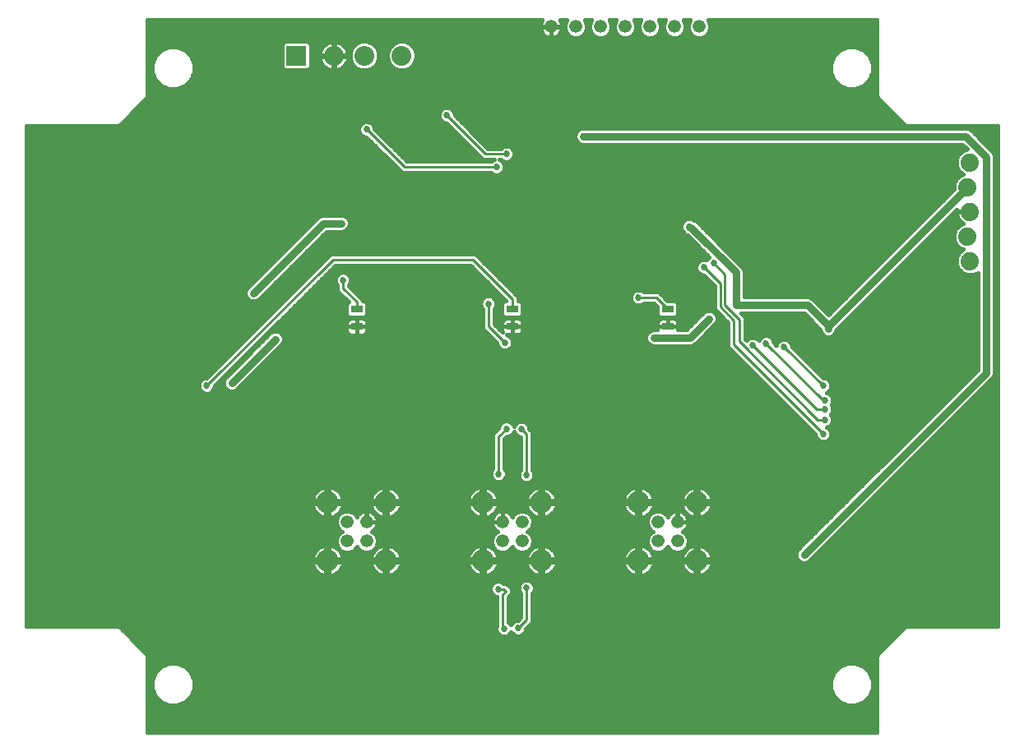
<source format=gbl>
G75*
%MOIN*%
%OFA0B0*%
%FSLAX24Y24*%
%IPPOS*%
%LPD*%
%AMOC8*
5,1,8,0,0,1.08239X$1,22.5*
%
%ADD10C,0.0892*%
%ADD11C,0.0525*%
%ADD12C,0.0740*%
%ADD13R,0.0472X0.0315*%
%ADD14R,0.0800X0.0800*%
%ADD15C,0.0800*%
%ADD16C,0.0270*%
%ADD17C,0.0160*%
%ADD18C,0.0300*%
%ADD19C,0.0100*%
D10*
X015121Y009609D03*
X017483Y009609D03*
X017483Y011971D03*
X015121Y011971D03*
X021420Y011971D03*
X023782Y011971D03*
X023782Y009609D03*
X021420Y009609D03*
X027719Y009609D03*
X030081Y009609D03*
X030081Y011971D03*
X027719Y011971D03*
D11*
X028506Y011184D03*
X029294Y011184D03*
X029294Y010396D03*
X028506Y010396D03*
X022995Y010396D03*
X022207Y010396D03*
X022207Y011184D03*
X022995Y011184D03*
X016695Y011184D03*
X015908Y011184D03*
X015908Y010396D03*
X016695Y010396D03*
X024176Y031262D03*
X025176Y031262D03*
X026176Y031262D03*
X027176Y031262D03*
X028176Y031262D03*
X029176Y031262D03*
X030176Y031262D03*
D12*
X041155Y025751D03*
X041055Y024751D03*
X041155Y023751D03*
X041055Y022751D03*
X041155Y021751D03*
D13*
X028900Y019806D03*
X028900Y019097D03*
X022601Y019097D03*
X022601Y019806D03*
X016302Y019806D03*
X016302Y019097D03*
D14*
X013850Y030081D03*
D15*
X015368Y030081D03*
X016606Y030081D03*
X018124Y030081D03*
D16*
X019845Y028506D03*
X019949Y027662D03*
X021420Y028506D03*
X021420Y030081D03*
X025474Y026815D03*
X022365Y026095D03*
X021968Y025563D03*
X026144Y024176D03*
X025555Y022481D03*
X027716Y020275D03*
X028351Y018640D03*
X028467Y018093D03*
X027148Y018093D03*
X025908Y018073D03*
X024688Y018073D03*
X022295Y018455D03*
X021814Y017995D03*
X020475Y018034D03*
X019018Y018054D03*
X017542Y018034D03*
X016105Y017916D03*
X014884Y017463D03*
X013940Y018270D03*
X013011Y018585D03*
X014727Y019451D03*
X015743Y020991D03*
X017089Y021420D03*
X015663Y023288D03*
X017089Y023782D03*
X016302Y025751D03*
X016694Y027100D03*
X016006Y028526D03*
X010790Y022601D03*
X010790Y020632D03*
X012116Y020458D03*
X009215Y020239D03*
X010396Y017877D03*
X010220Y016705D03*
X011231Y016818D03*
X013073Y015770D03*
X013841Y016695D03*
X010396Y014727D03*
X008428Y016302D03*
X007247Y016302D03*
X010396Y012758D03*
X010396Y010790D03*
X012384Y009707D03*
X012227Y008270D03*
X012483Y007050D03*
X010790Y006459D03*
X011971Y004884D03*
X013152Y004097D03*
X014727Y002916D03*
X015829Y003802D03*
X016735Y002837D03*
X018054Y003743D03*
X018644Y002817D03*
X020632Y003703D03*
X020869Y002837D03*
X022995Y002916D03*
X024963Y002916D03*
X026932Y002916D03*
X028506Y002916D03*
X030475Y003310D03*
X032443Y003310D03*
X032443Y004884D03*
X033625Y006066D03*
X032719Y007069D03*
X034806Y007247D03*
X032995Y008605D03*
X032680Y010062D03*
X033113Y010908D03*
X034431Y009851D03*
X034412Y012129D03*
X033408Y012877D03*
X033369Y014058D03*
X032483Y014983D03*
X031991Y015908D03*
X032765Y016623D03*
X032050Y017483D03*
X032349Y018335D03*
X032889Y018424D03*
X033625Y018270D03*
X035406Y019019D03*
X035199Y016695D03*
X035276Y016101D03*
X035271Y015751D03*
X035259Y015321D03*
X035198Y014746D03*
X034806Y013546D03*
X033625Y015514D03*
X030888Y017030D03*
X029884Y017758D03*
X031258Y019043D03*
X030571Y019419D03*
X030723Y019818D03*
X031668Y019963D03*
X030372Y021502D03*
X030761Y021664D03*
X030081Y021814D03*
X029773Y023154D03*
X031695Y026105D03*
X032404Y027483D03*
X034018Y026144D03*
X035974Y025908D03*
X033625Y023782D03*
X034412Y022207D03*
X039530Y021420D03*
X022974Y014939D03*
X022363Y014950D03*
X022601Y014215D03*
X022044Y013114D03*
X023174Y013078D03*
X023179Y008500D03*
X022029Y008452D03*
X022601Y007365D03*
X022836Y006863D03*
X022270Y006853D03*
X010396Y008821D03*
X021636Y020026D03*
X003310Y023782D03*
D17*
X007821Y005717D02*
X007821Y002649D01*
X037381Y002649D01*
X037381Y005717D01*
X037428Y005830D01*
X037515Y005918D01*
X038500Y006902D01*
X038614Y006949D01*
X042291Y006949D01*
X042291Y027229D01*
X038614Y027229D01*
X038500Y027276D01*
X037515Y028261D01*
X037428Y028348D01*
X037381Y028462D01*
X037381Y031529D01*
X030535Y031529D01*
X030551Y031513D01*
X030618Y031350D01*
X030618Y031174D01*
X030551Y031012D01*
X030426Y030887D01*
X030264Y030820D01*
X030088Y030820D01*
X029925Y030887D01*
X029801Y031012D01*
X029733Y031174D01*
X029733Y031350D01*
X029801Y031513D01*
X029817Y031529D01*
X029535Y031529D01*
X029551Y031513D01*
X029618Y031350D01*
X029618Y031174D01*
X029551Y031012D01*
X029426Y030887D01*
X029264Y030820D01*
X029088Y030820D01*
X028925Y030887D01*
X028801Y031012D01*
X028733Y031174D01*
X028733Y031350D01*
X028801Y031513D01*
X028817Y031529D01*
X028535Y031529D01*
X028551Y031513D01*
X028618Y031350D01*
X028618Y031174D01*
X028551Y031012D01*
X028426Y030887D01*
X028264Y030820D01*
X028088Y030820D01*
X027925Y030887D01*
X027801Y031012D01*
X027733Y031174D01*
X027733Y031350D01*
X027801Y031513D01*
X027817Y031529D01*
X027535Y031529D01*
X027551Y031513D01*
X027618Y031350D01*
X027618Y031174D01*
X027551Y031012D01*
X027426Y030887D01*
X027264Y030820D01*
X027088Y030820D01*
X026925Y030887D01*
X026801Y031012D01*
X026733Y031174D01*
X026733Y031350D01*
X026801Y031513D01*
X026817Y031529D01*
X026535Y031529D01*
X026551Y031513D01*
X026618Y031350D01*
X026618Y031174D01*
X026551Y031012D01*
X026426Y030887D01*
X026264Y030820D01*
X026088Y030820D01*
X025925Y030887D01*
X025801Y031012D01*
X025733Y031174D01*
X025733Y031350D01*
X025801Y031513D01*
X025817Y031529D01*
X025535Y031529D01*
X025551Y031513D01*
X025618Y031350D01*
X025618Y031174D01*
X025551Y031012D01*
X025426Y030887D01*
X025264Y030820D01*
X025088Y030820D01*
X024925Y030887D01*
X024801Y031012D01*
X024733Y031174D01*
X024733Y031350D01*
X024801Y031513D01*
X024817Y031529D01*
X024529Y031529D01*
X024554Y031494D01*
X024586Y031432D01*
X024607Y031366D01*
X024618Y031297D01*
X024618Y031270D01*
X024183Y031270D01*
X024183Y031255D01*
X024183Y030820D01*
X024211Y030820D01*
X024279Y030831D01*
X024346Y030852D01*
X024408Y030884D01*
X024464Y030925D01*
X024513Y030974D01*
X024554Y031030D01*
X024586Y031093D01*
X024607Y031159D01*
X024618Y031228D01*
X024618Y031255D01*
X024183Y031255D01*
X024168Y031255D01*
X023733Y031255D01*
X023733Y031228D01*
X023744Y031159D01*
X023766Y031093D01*
X023797Y031030D01*
X023838Y030974D01*
X023887Y030925D01*
X023944Y030884D01*
X024006Y030852D01*
X024072Y030831D01*
X024141Y030820D01*
X024168Y030820D01*
X024168Y031255D01*
X024168Y031270D01*
X023733Y031270D01*
X023733Y031297D01*
X023744Y031366D01*
X023766Y031432D01*
X023797Y031494D01*
X023823Y031529D01*
X007821Y031529D01*
X007821Y028462D01*
X007774Y028348D01*
X007687Y028261D01*
X007687Y028261D01*
X006702Y027276D01*
X006588Y027229D01*
X002911Y027229D01*
X002911Y006949D01*
X006588Y006949D01*
X006702Y006902D01*
X007687Y005918D01*
X007774Y005830D01*
X007821Y005717D01*
X007821Y005677D02*
X037381Y005677D01*
X037381Y005519D02*
X007821Y005519D01*
X007821Y005360D02*
X008478Y005360D01*
X008367Y005314D02*
X008126Y005073D01*
X007996Y004759D01*
X007996Y004419D01*
X008126Y004105D01*
X008367Y003864D01*
X008681Y003734D01*
X009021Y003734D01*
X009335Y003864D01*
X009576Y004105D01*
X009706Y004419D01*
X009706Y004759D01*
X009576Y005073D01*
X009335Y005314D01*
X009021Y005444D01*
X008681Y005444D01*
X008367Y005314D01*
X008254Y005202D02*
X007821Y005202D01*
X007821Y005043D02*
X008114Y005043D01*
X008048Y004885D02*
X007821Y004885D01*
X007821Y004726D02*
X007996Y004726D01*
X007996Y004568D02*
X007821Y004568D01*
X007821Y004409D02*
X008000Y004409D01*
X008066Y004251D02*
X007821Y004251D01*
X007821Y004092D02*
X008139Y004092D01*
X008297Y003934D02*
X007821Y003934D01*
X007821Y003775D02*
X008582Y003775D01*
X009120Y003775D02*
X036082Y003775D01*
X036181Y003734D02*
X036521Y003734D01*
X036835Y003864D01*
X037076Y004105D01*
X037206Y004419D01*
X037206Y004759D01*
X037076Y005073D01*
X036835Y005314D01*
X036521Y005444D01*
X036181Y005444D01*
X035867Y005314D01*
X035626Y005073D01*
X035496Y004759D01*
X035496Y004419D01*
X035626Y004105D01*
X035867Y003864D01*
X036181Y003734D01*
X035797Y003934D02*
X009405Y003934D01*
X009563Y004092D02*
X035639Y004092D01*
X035566Y004251D02*
X009636Y004251D01*
X009702Y004409D02*
X035500Y004409D01*
X035496Y004568D02*
X009706Y004568D01*
X009706Y004726D02*
X035496Y004726D01*
X035548Y004885D02*
X009654Y004885D01*
X009588Y005043D02*
X035614Y005043D01*
X035754Y005202D02*
X009448Y005202D01*
X009224Y005360D02*
X035978Y005360D01*
X036724Y005360D02*
X037381Y005360D01*
X037381Y005202D02*
X036948Y005202D01*
X037088Y005043D02*
X037381Y005043D01*
X037381Y004885D02*
X037154Y004885D01*
X037206Y004726D02*
X037381Y004726D01*
X037381Y004568D02*
X037206Y004568D01*
X037202Y004409D02*
X037381Y004409D01*
X037381Y004251D02*
X037136Y004251D01*
X037063Y004092D02*
X037381Y004092D01*
X037381Y003934D02*
X036905Y003934D01*
X036620Y003775D02*
X037381Y003775D01*
X037381Y003617D02*
X007821Y003617D01*
X007821Y003458D02*
X037381Y003458D01*
X037381Y003300D02*
X007821Y003300D01*
X007821Y003141D02*
X037381Y003141D01*
X037381Y002983D02*
X007821Y002983D01*
X007821Y002824D02*
X037381Y002824D01*
X037381Y002666D02*
X007821Y002666D01*
X007769Y005836D02*
X037433Y005836D01*
X037592Y005994D02*
X007610Y005994D01*
X007452Y006153D02*
X037750Y006153D01*
X037909Y006311D02*
X007293Y006311D01*
X007135Y006470D02*
X038067Y006470D01*
X038226Y006628D02*
X023046Y006628D01*
X023014Y006596D02*
X023103Y006685D01*
X023151Y006801D01*
X023151Y006853D01*
X023274Y006976D01*
X023409Y007111D01*
X023409Y008284D01*
X023446Y008321D01*
X023494Y008437D01*
X023494Y008563D01*
X023446Y008678D01*
X023357Y008767D01*
X023241Y008815D01*
X023116Y008815D01*
X023000Y008767D01*
X022912Y008678D01*
X022864Y008563D01*
X022864Y008437D01*
X022912Y008321D01*
X022949Y008284D01*
X022949Y007301D01*
X022826Y007178D01*
X022773Y007178D01*
X022658Y007130D01*
X022569Y007042D01*
X022551Y006998D01*
X022537Y007031D01*
X022449Y007120D01*
X022426Y007129D01*
X022426Y008125D01*
X022474Y008172D01*
X022519Y008191D01*
X022537Y008234D01*
X022572Y008265D01*
X022573Y008318D01*
X022594Y008366D01*
X022577Y008409D01*
X022578Y008456D01*
X022543Y008494D01*
X022523Y008543D01*
X022480Y008561D01*
X022448Y008595D01*
X022433Y008596D01*
X022347Y008682D01*
X022244Y008682D01*
X022207Y008719D01*
X022091Y008767D01*
X021966Y008767D01*
X021850Y008719D01*
X021762Y008630D01*
X021714Y008514D01*
X021714Y008389D01*
X021762Y008273D01*
X021850Y008185D01*
X021966Y008137D01*
X021966Y008137D01*
X021966Y006942D01*
X021955Y006915D01*
X021955Y006790D01*
X022003Y006674D01*
X022092Y006586D01*
X022207Y006538D01*
X022333Y006538D01*
X022449Y006586D01*
X022537Y006674D01*
X022555Y006718D01*
X022569Y006685D01*
X022658Y006596D01*
X022773Y006548D01*
X022899Y006548D01*
X023014Y006596D01*
X023145Y006787D02*
X038384Y006787D01*
X038604Y006945D02*
X023243Y006945D01*
X023402Y007104D02*
X042291Y007104D01*
X042291Y007262D02*
X023409Y007262D01*
X023409Y007421D02*
X042291Y007421D01*
X042291Y007579D02*
X023409Y007579D01*
X023409Y007738D02*
X042291Y007738D01*
X042291Y007896D02*
X023409Y007896D01*
X023409Y008055D02*
X042291Y008055D01*
X042291Y008213D02*
X023409Y008213D01*
X023466Y008372D02*
X042291Y008372D01*
X042291Y008530D02*
X023494Y008530D01*
X023435Y008689D02*
X042291Y008689D01*
X042291Y008847D02*
X002911Y008847D01*
X002911Y008689D02*
X021820Y008689D01*
X021720Y008530D02*
X002911Y008530D01*
X002911Y008372D02*
X021721Y008372D01*
X021822Y008213D02*
X002911Y008213D01*
X002911Y008055D02*
X021966Y008055D01*
X021966Y007896D02*
X002911Y007896D01*
X002911Y007738D02*
X021966Y007738D01*
X021966Y007579D02*
X002911Y007579D01*
X002911Y007421D02*
X021966Y007421D01*
X021966Y007262D02*
X002911Y007262D01*
X002911Y007104D02*
X021966Y007104D01*
X021966Y006945D02*
X006598Y006945D01*
X006818Y006787D02*
X021957Y006787D01*
X022049Y006628D02*
X006976Y006628D01*
X002911Y009006D02*
X014951Y009006D01*
X014974Y008998D02*
X014880Y009028D01*
X014792Y009073D01*
X014713Y009131D01*
X014643Y009201D01*
X014585Y009281D01*
X014540Y009368D01*
X014510Y009462D01*
X014498Y009540D01*
X015052Y009540D01*
X015189Y009540D01*
X015189Y008986D01*
X015267Y008998D01*
X015361Y009028D01*
X015449Y009073D01*
X015529Y009131D01*
X015598Y009201D01*
X015656Y009281D01*
X015701Y009368D01*
X015731Y009462D01*
X015744Y009540D01*
X015189Y009540D01*
X015189Y009678D01*
X015052Y009678D01*
X015052Y010232D01*
X014974Y010220D01*
X014880Y010189D01*
X014792Y010144D01*
X014713Y010086D01*
X014643Y010017D01*
X014585Y009937D01*
X014540Y009849D01*
X014510Y009755D01*
X014498Y009678D01*
X015052Y009678D01*
X015052Y009540D01*
X015052Y008986D01*
X014974Y008998D01*
X015052Y009006D02*
X015189Y009006D01*
X015291Y009006D02*
X017313Y009006D01*
X017336Y008998D02*
X017242Y009028D01*
X017155Y009073D01*
X017075Y009131D01*
X017005Y009201D01*
X016947Y009281D01*
X016903Y009368D01*
X016872Y009462D01*
X016860Y009540D01*
X017414Y009540D01*
X017414Y009678D01*
X017414Y010232D01*
X017336Y010220D01*
X017242Y010189D01*
X017155Y010144D01*
X017075Y010086D01*
X017005Y010017D01*
X016947Y009937D01*
X016903Y009849D01*
X016872Y009755D01*
X016860Y009678D01*
X017414Y009678D01*
X017552Y009678D01*
X017552Y010232D01*
X017630Y010220D01*
X017723Y010189D01*
X017811Y010144D01*
X017891Y010086D01*
X017961Y010017D01*
X018018Y009937D01*
X018063Y009849D01*
X018094Y009755D01*
X018106Y009678D01*
X017552Y009678D01*
X017552Y009540D01*
X018106Y009540D01*
X018094Y009462D01*
X018063Y009368D01*
X018018Y009281D01*
X017961Y009201D01*
X017891Y009131D01*
X017811Y009073D01*
X017723Y009028D01*
X017630Y008998D01*
X017552Y008986D01*
X017552Y009540D01*
X017414Y009540D01*
X017414Y008986D01*
X017336Y008998D01*
X017414Y009006D02*
X017552Y009006D01*
X017653Y009006D02*
X021250Y009006D01*
X021273Y008998D02*
X021179Y009028D01*
X021092Y009073D01*
X021012Y009131D01*
X020942Y009201D01*
X020884Y009281D01*
X020839Y009368D01*
X020809Y009462D01*
X020797Y009540D01*
X021351Y009540D01*
X021351Y009678D01*
X021351Y010232D01*
X021273Y010220D01*
X021179Y010189D01*
X021092Y010144D01*
X021012Y010086D01*
X020942Y010017D01*
X020884Y009937D01*
X020839Y009849D01*
X020809Y009755D01*
X020797Y009678D01*
X021351Y009678D01*
X021489Y009678D01*
X021489Y010232D01*
X021566Y010220D01*
X021660Y010189D01*
X021748Y010144D01*
X021828Y010086D01*
X021898Y010017D01*
X021955Y009937D01*
X022000Y009849D01*
X022031Y009755D01*
X022043Y009678D01*
X021489Y009678D01*
X021489Y009540D01*
X022043Y009540D01*
X022031Y009462D01*
X022000Y009368D01*
X021955Y009281D01*
X021898Y009201D01*
X021828Y009131D01*
X021748Y009073D01*
X021660Y009028D01*
X021566Y008998D01*
X021489Y008986D01*
X021489Y009540D01*
X021351Y009540D01*
X021351Y008986D01*
X021273Y008998D01*
X021351Y009006D02*
X021489Y009006D01*
X021590Y009006D02*
X023612Y009006D01*
X023635Y008998D02*
X023542Y009028D01*
X023454Y009073D01*
X023374Y009131D01*
X023304Y009201D01*
X023246Y009281D01*
X023202Y009368D01*
X023171Y009462D01*
X023159Y009540D01*
X023713Y009540D01*
X023713Y009678D01*
X023713Y010232D01*
X023635Y010220D01*
X023542Y010189D01*
X023454Y010144D01*
X023374Y010086D01*
X023304Y010017D01*
X023246Y009937D01*
X023202Y009849D01*
X023171Y009755D01*
X023159Y009678D01*
X023713Y009678D01*
X023851Y009678D01*
X023851Y010232D01*
X023929Y010220D01*
X024022Y010189D01*
X024110Y010144D01*
X024190Y010086D01*
X024260Y010017D01*
X024318Y009937D01*
X024362Y009849D01*
X024393Y009755D01*
X024405Y009678D01*
X023851Y009678D01*
X023851Y009540D01*
X024405Y009540D01*
X024393Y009462D01*
X024362Y009368D01*
X024318Y009281D01*
X024260Y009201D01*
X024190Y009131D01*
X024110Y009073D01*
X024022Y009028D01*
X023929Y008998D01*
X023851Y008986D01*
X023851Y009540D01*
X023713Y009540D01*
X023713Y008986D01*
X023635Y008998D01*
X023713Y009006D02*
X023851Y009006D01*
X023952Y009006D02*
X027549Y009006D01*
X027572Y008998D02*
X027479Y009028D01*
X027391Y009073D01*
X027311Y009131D01*
X027241Y009201D01*
X027183Y009281D01*
X027139Y009368D01*
X027108Y009462D01*
X027096Y009540D01*
X027650Y009540D01*
X027650Y009678D01*
X027650Y010232D01*
X027572Y010220D01*
X027479Y010189D01*
X027391Y010144D01*
X027311Y010086D01*
X027241Y010017D01*
X027183Y009937D01*
X027139Y009849D01*
X027108Y009755D01*
X027096Y009678D01*
X027650Y009678D01*
X027788Y009678D01*
X027788Y010232D01*
X027866Y010220D01*
X027959Y010189D01*
X028047Y010144D01*
X028127Y010086D01*
X028197Y010017D01*
X028255Y009937D01*
X028299Y009849D01*
X028330Y009755D01*
X028342Y009678D01*
X027788Y009678D01*
X027788Y009540D01*
X028342Y009540D01*
X028330Y009462D01*
X028299Y009368D01*
X028255Y009281D01*
X028197Y009201D01*
X028127Y009131D01*
X028047Y009073D01*
X027959Y009028D01*
X027866Y008998D01*
X027788Y008986D01*
X027788Y009540D01*
X027650Y009540D01*
X027650Y008986D01*
X027572Y008998D01*
X027650Y009006D02*
X027788Y009006D01*
X027889Y009006D02*
X029911Y009006D01*
X029935Y008998D02*
X029841Y009028D01*
X029753Y009073D01*
X029673Y009131D01*
X029604Y009201D01*
X029546Y009281D01*
X029501Y009368D01*
X029470Y009462D01*
X029458Y009540D01*
X030013Y009540D01*
X030150Y009540D01*
X030150Y008986D01*
X030228Y008998D01*
X030322Y009028D01*
X030409Y009073D01*
X030489Y009131D01*
X030559Y009201D01*
X030617Y009281D01*
X030662Y009368D01*
X030692Y009462D01*
X030704Y009540D01*
X030150Y009540D01*
X030150Y009678D01*
X030013Y009678D01*
X030013Y010232D01*
X029935Y010220D01*
X029841Y010189D01*
X029753Y010144D01*
X029673Y010086D01*
X029604Y010017D01*
X029546Y009937D01*
X029501Y009849D01*
X029470Y009755D01*
X029458Y009678D01*
X030013Y009678D01*
X030013Y009540D01*
X030013Y008986D01*
X029935Y008998D01*
X030013Y009006D02*
X030150Y009006D01*
X030251Y009006D02*
X042291Y009006D01*
X042291Y009164D02*
X030522Y009164D01*
X030638Y009323D02*
X042291Y009323D01*
X042291Y009481D02*
X030695Y009481D01*
X030704Y009678D02*
X030692Y009755D01*
X030662Y009849D01*
X030617Y009937D01*
X030559Y010017D01*
X030489Y010086D01*
X030409Y010144D01*
X030322Y010189D01*
X030228Y010220D01*
X030150Y010232D01*
X030150Y009678D01*
X030704Y009678D01*
X030678Y009798D02*
X034101Y009798D01*
X034101Y009785D02*
X034101Y009917D01*
X034151Y010038D01*
X041470Y017357D01*
X041470Y021288D01*
X041466Y021284D01*
X041264Y021201D01*
X041045Y021201D01*
X040843Y021284D01*
X040689Y021439D01*
X040605Y021641D01*
X040605Y021860D01*
X040689Y022062D01*
X040843Y022217D01*
X040875Y022230D01*
X040743Y022284D01*
X040589Y022439D01*
X040505Y022641D01*
X040505Y022860D01*
X040589Y023062D01*
X040743Y023217D01*
X040880Y023273D01*
X040867Y023280D01*
X040797Y023331D01*
X040735Y023392D01*
X040684Y023462D01*
X040645Y023539D01*
X040618Y023622D01*
X040605Y023707D01*
X040605Y023731D01*
X041135Y023731D01*
X041135Y023771D01*
X040605Y023771D01*
X040605Y023794D01*
X040612Y023841D01*
X035736Y018965D01*
X035736Y018954D01*
X035686Y018832D01*
X035593Y018740D01*
X035472Y018689D01*
X035340Y018689D01*
X035219Y018740D01*
X035126Y018832D01*
X035076Y018954D01*
X035076Y018990D01*
X034433Y019633D01*
X031889Y019633D01*
X032045Y019477D01*
X032045Y018589D01*
X032101Y018533D01*
X032170Y018603D01*
X032286Y018650D01*
X032411Y018650D01*
X032527Y018603D01*
X032594Y018536D01*
X032622Y018602D01*
X032710Y018691D01*
X032826Y018739D01*
X032951Y018739D01*
X033067Y018691D01*
X033156Y018602D01*
X033204Y018486D01*
X033204Y018434D01*
X033310Y018328D01*
X033310Y018333D01*
X033357Y018449D01*
X033446Y018537D01*
X033562Y018585D01*
X033687Y018585D01*
X033803Y018537D01*
X033892Y018449D01*
X033940Y018333D01*
X033940Y018281D01*
X035210Y017010D01*
X035262Y017010D01*
X035378Y016962D01*
X035466Y016874D01*
X035514Y016758D01*
X035514Y016633D01*
X035466Y016517D01*
X035378Y016428D01*
X035343Y016414D01*
X035454Y016368D01*
X035543Y016279D01*
X035591Y016164D01*
X035591Y016038D01*
X035543Y015922D01*
X035542Y015921D01*
X035586Y015813D01*
X035586Y015688D01*
X035538Y015572D01*
X035496Y015530D01*
X035526Y015500D01*
X035574Y015384D01*
X035574Y015259D01*
X035526Y015143D01*
X035438Y015054D01*
X035358Y015021D01*
X035376Y015014D01*
X035465Y014925D01*
X035513Y014809D01*
X035513Y014684D01*
X035465Y014568D01*
X035376Y014479D01*
X035260Y014431D01*
X035135Y014431D01*
X035019Y014479D01*
X034931Y014568D01*
X034883Y014684D01*
X034883Y014736D01*
X031484Y018135D01*
X031349Y018270D01*
X031349Y019253D01*
X030934Y019668D01*
X030800Y019803D01*
X030800Y020750D01*
X030362Y021187D01*
X030310Y021187D01*
X030194Y021235D01*
X030105Y021324D01*
X030057Y021439D01*
X030057Y021565D01*
X030105Y021680D01*
X030194Y021769D01*
X030310Y021817D01*
X030435Y021817D01*
X030476Y021800D01*
X030494Y021843D01*
X030577Y021926D01*
X029705Y022798D01*
X029675Y022812D01*
X029622Y022834D01*
X029616Y022840D01*
X029609Y022843D01*
X029570Y022886D01*
X029529Y022927D01*
X029526Y022934D01*
X029485Y022980D01*
X029440Y023103D01*
X029446Y023234D01*
X029502Y023353D01*
X029599Y023442D01*
X029722Y023486D01*
X029853Y023480D01*
X029972Y023425D01*
X029974Y023422D01*
X030043Y023394D01*
X030135Y023301D01*
X031948Y021488D01*
X031998Y021367D01*
X031998Y020293D01*
X034636Y020293D01*
X034757Y020243D01*
X034850Y020150D01*
X035419Y019581D01*
X040505Y024667D01*
X040505Y024860D01*
X040589Y025062D01*
X040743Y025217D01*
X040875Y025271D01*
X040843Y025284D01*
X040689Y025439D01*
X040605Y025641D01*
X040605Y025860D01*
X040689Y026062D01*
X040843Y026217D01*
X041029Y026294D01*
X040839Y026485D01*
X025408Y026485D01*
X025287Y026535D01*
X025194Y026628D01*
X025144Y026749D01*
X025144Y026880D01*
X025194Y027002D01*
X025287Y027094D01*
X025408Y027145D01*
X040910Y027145D01*
X041041Y027145D01*
X041162Y027094D01*
X041987Y026270D01*
X042079Y026177D01*
X042130Y026056D01*
X042130Y017154D01*
X042079Y017033D01*
X034618Y009571D01*
X034496Y009521D01*
X034365Y009521D01*
X034244Y009571D01*
X034151Y009664D01*
X034101Y009785D01*
X034176Y009640D02*
X030150Y009640D01*
X030013Y009640D02*
X027788Y009640D01*
X027650Y009640D02*
X023851Y009640D01*
X023713Y009640D02*
X021489Y009640D01*
X021351Y009640D02*
X017552Y009640D01*
X017414Y009640D02*
X015189Y009640D01*
X015189Y009678D02*
X015744Y009678D01*
X015731Y009755D01*
X015701Y009849D01*
X015656Y009937D01*
X015598Y010017D01*
X015529Y010086D01*
X015449Y010144D01*
X015361Y010189D01*
X015267Y010220D01*
X015189Y010232D01*
X015189Y009678D01*
X015189Y009798D02*
X015052Y009798D01*
X015052Y009640D02*
X002911Y009640D01*
X002911Y009798D02*
X014524Y009798D01*
X014599Y009957D02*
X002911Y009957D01*
X002911Y010115D02*
X014752Y010115D01*
X015052Y010115D02*
X015189Y010115D01*
X015189Y009957D02*
X015052Y009957D01*
X015489Y010115D02*
X015563Y010115D01*
X015533Y010146D02*
X015657Y010021D01*
X015820Y009954D01*
X015996Y009954D01*
X016159Y010021D01*
X016283Y010146D01*
X016302Y010190D01*
X016320Y010146D01*
X016445Y010021D01*
X016607Y009954D01*
X016783Y009954D01*
X016946Y010021D01*
X017071Y010146D01*
X017138Y010308D01*
X017138Y010484D01*
X017071Y010647D01*
X016946Y010771D01*
X016899Y010791D01*
X016927Y010805D01*
X016984Y010846D01*
X017033Y010895D01*
X017074Y010952D01*
X017106Y011014D01*
X017127Y011080D01*
X017138Y011149D01*
X017138Y011176D01*
X016703Y011176D01*
X016703Y011191D01*
X017138Y011191D01*
X017138Y011218D01*
X017127Y011287D01*
X017106Y011353D01*
X017074Y011416D01*
X017033Y011472D01*
X016984Y011521D01*
X016927Y011562D01*
X016865Y011594D01*
X016799Y011615D01*
X016730Y011626D01*
X016703Y011626D01*
X016703Y011191D01*
X016688Y011191D01*
X016688Y011626D01*
X016661Y011626D01*
X016592Y011615D01*
X016526Y011594D01*
X016464Y011562D01*
X016407Y011521D01*
X016358Y011472D01*
X016317Y011416D01*
X016303Y011387D01*
X016283Y011434D01*
X016159Y011559D01*
X015996Y011626D01*
X015820Y011626D01*
X015657Y011559D01*
X015533Y011434D01*
X015466Y011272D01*
X015466Y011096D01*
X015533Y010933D01*
X015657Y010808D01*
X015702Y010790D01*
X015657Y010771D01*
X015533Y010647D01*
X015466Y010484D01*
X015466Y010308D01*
X015533Y010146D01*
X015480Y010274D02*
X002911Y010274D01*
X002911Y010432D02*
X015466Y010432D01*
X015510Y010591D02*
X002911Y010591D01*
X002911Y010749D02*
X015635Y010749D01*
X015558Y010908D02*
X002911Y010908D01*
X002911Y011066D02*
X015478Y011066D01*
X015466Y011225D02*
X002911Y011225D01*
X002911Y011383D02*
X014903Y011383D01*
X014880Y011391D02*
X014974Y011360D01*
X015052Y011348D01*
X015052Y011902D01*
X015189Y011902D01*
X015189Y011348D01*
X015267Y011360D01*
X015361Y011391D01*
X015449Y011435D01*
X015529Y011493D01*
X015598Y011563D01*
X015656Y011643D01*
X015701Y011731D01*
X015731Y011824D01*
X015744Y011902D01*
X015189Y011902D01*
X015189Y012040D01*
X015052Y012040D01*
X015052Y012594D01*
X014974Y012582D01*
X014880Y012551D01*
X014792Y012507D01*
X014713Y012449D01*
X014643Y012379D01*
X014585Y012299D01*
X014540Y012211D01*
X014510Y012118D01*
X014498Y012040D01*
X015052Y012040D01*
X015052Y011902D01*
X014498Y011902D01*
X014510Y011824D01*
X014540Y011731D01*
X014585Y011643D01*
X014643Y011563D01*
X014713Y011493D01*
X014792Y011435D01*
X014880Y011391D01*
X015052Y011383D02*
X015189Y011383D01*
X015338Y011383D02*
X015512Y011383D01*
X015577Y011542D02*
X015640Y011542D01*
X015685Y011700D02*
X016918Y011700D01*
X016903Y011731D02*
X016947Y011643D01*
X017005Y011563D01*
X017075Y011493D01*
X017155Y011435D01*
X017242Y011391D01*
X017336Y011360D01*
X017414Y011348D01*
X017414Y011902D01*
X017552Y011902D01*
X017552Y012040D01*
X018106Y012040D01*
X018094Y012118D01*
X018063Y012211D01*
X018018Y012299D01*
X017961Y012379D01*
X017891Y012449D01*
X017811Y012507D01*
X017723Y012551D01*
X017630Y012582D01*
X017552Y012594D01*
X017552Y012040D01*
X017414Y012040D01*
X017414Y012594D01*
X017336Y012582D01*
X017242Y012551D01*
X017155Y012507D01*
X017075Y012449D01*
X017005Y012379D01*
X016947Y012299D01*
X016903Y012211D01*
X016872Y012118D01*
X016860Y012040D01*
X017414Y012040D01*
X017414Y011902D01*
X016860Y011902D01*
X016872Y011824D01*
X016903Y011731D01*
X016867Y011859D02*
X015737Y011859D01*
X015744Y012040D02*
X015731Y012118D01*
X015701Y012211D01*
X015656Y012299D01*
X015598Y012379D01*
X015529Y012449D01*
X015449Y012507D01*
X015361Y012551D01*
X015267Y012582D01*
X015189Y012594D01*
X015189Y012040D01*
X015744Y012040D01*
X015713Y012176D02*
X016891Y012176D01*
X016973Y012334D02*
X015631Y012334D01*
X015468Y012493D02*
X017135Y012493D01*
X017414Y012493D02*
X017552Y012493D01*
X017552Y012334D02*
X017414Y012334D01*
X017414Y012176D02*
X017552Y012176D01*
X017552Y012017D02*
X021351Y012017D01*
X021351Y012040D02*
X021351Y011902D01*
X021489Y011902D01*
X021489Y012040D01*
X022043Y012040D01*
X022031Y012118D01*
X022000Y012211D01*
X021955Y012299D01*
X021898Y012379D01*
X021828Y012449D01*
X021748Y012507D01*
X021660Y012551D01*
X021566Y012582D01*
X021489Y012594D01*
X021489Y012040D01*
X021351Y012040D01*
X021351Y012594D01*
X021273Y012582D01*
X021179Y012551D01*
X021092Y012507D01*
X021012Y012449D01*
X020942Y012379D01*
X020884Y012299D01*
X020839Y012211D01*
X020809Y012118D01*
X020797Y012040D01*
X021351Y012040D01*
X021351Y012176D02*
X021489Y012176D01*
X021489Y012334D02*
X021351Y012334D01*
X021351Y012493D02*
X021489Y012493D01*
X021767Y012493D02*
X023435Y012493D01*
X023454Y012507D02*
X023374Y012449D01*
X023304Y012379D01*
X023246Y012299D01*
X023202Y012211D01*
X023171Y012118D01*
X023159Y012040D01*
X023713Y012040D01*
X023713Y011902D01*
X023159Y011902D01*
X023171Y011824D01*
X023202Y011731D01*
X023246Y011643D01*
X023304Y011563D01*
X023374Y011493D01*
X023454Y011435D01*
X023542Y011391D01*
X023635Y011360D01*
X023713Y011348D01*
X023713Y011902D01*
X023851Y011902D01*
X023851Y012040D01*
X023713Y012040D01*
X023713Y012594D01*
X023635Y012582D01*
X023542Y012551D01*
X023454Y012507D01*
X023272Y012334D02*
X021930Y012334D01*
X022012Y012176D02*
X023190Y012176D01*
X023166Y011859D02*
X022036Y011859D01*
X022031Y011824D02*
X022043Y011902D01*
X021489Y011902D01*
X021489Y011348D01*
X021566Y011360D01*
X021660Y011391D01*
X021748Y011435D01*
X021828Y011493D01*
X021898Y011563D01*
X021955Y011643D01*
X022000Y011731D01*
X022031Y011824D01*
X021985Y011700D02*
X023217Y011700D01*
X023245Y011559D02*
X023083Y011626D01*
X022907Y011626D01*
X022744Y011559D01*
X022620Y011434D01*
X022600Y011387D01*
X022586Y011416D01*
X022545Y011472D01*
X022496Y011521D01*
X022439Y011562D01*
X022377Y011594D01*
X022311Y011615D01*
X022242Y011626D01*
X022215Y011626D01*
X022215Y011191D01*
X022200Y011191D01*
X022200Y011626D01*
X022172Y011626D01*
X022104Y011615D01*
X022037Y011594D01*
X021975Y011562D01*
X021919Y011521D01*
X021870Y011472D01*
X021829Y011416D01*
X021797Y011353D01*
X021776Y011287D01*
X021765Y011218D01*
X021765Y011191D01*
X022200Y011191D01*
X022200Y011176D01*
X021765Y011176D01*
X021765Y011149D01*
X021776Y011080D01*
X021797Y011014D01*
X021829Y010952D01*
X021870Y010895D01*
X021919Y010846D01*
X021975Y010805D01*
X022004Y010791D01*
X021957Y010771D01*
X021832Y010647D01*
X021765Y010484D01*
X021765Y010308D01*
X021832Y010146D01*
X021957Y010021D01*
X022119Y009954D01*
X022295Y009954D01*
X022458Y010021D01*
X022582Y010146D01*
X022601Y010190D01*
X022620Y010146D01*
X022744Y010021D01*
X022907Y009954D01*
X023083Y009954D01*
X023245Y010021D01*
X023370Y010146D01*
X023437Y010308D01*
X023437Y010484D01*
X023370Y010647D01*
X023245Y010771D01*
X023200Y010790D01*
X023245Y010808D01*
X023370Y010933D01*
X023437Y011096D01*
X023437Y011272D01*
X023370Y011434D01*
X023245Y011559D01*
X023262Y011542D02*
X023326Y011542D01*
X023391Y011383D02*
X023565Y011383D01*
X023713Y011383D02*
X023851Y011383D01*
X023851Y011348D02*
X023929Y011360D01*
X024022Y011391D01*
X024110Y011435D01*
X024190Y011493D01*
X024260Y011563D01*
X024318Y011643D01*
X024362Y011731D01*
X024393Y011824D01*
X024405Y011902D01*
X023851Y011902D01*
X023851Y011348D01*
X023999Y011383D02*
X027502Y011383D01*
X027479Y011391D02*
X027572Y011360D01*
X027650Y011348D01*
X027650Y011902D01*
X027096Y011902D01*
X027108Y011824D01*
X027139Y011731D01*
X027183Y011643D01*
X027241Y011563D01*
X027311Y011493D01*
X027391Y011435D01*
X027479Y011391D01*
X027650Y011383D02*
X027788Y011383D01*
X027788Y011348D02*
X027866Y011360D01*
X027959Y011391D01*
X028047Y011435D01*
X028127Y011493D01*
X028197Y011563D01*
X028255Y011643D01*
X028299Y011731D01*
X028330Y011824D01*
X028342Y011902D01*
X027788Y011902D01*
X027788Y011348D01*
X027936Y011383D02*
X028110Y011383D01*
X028131Y011434D02*
X028064Y011272D01*
X028064Y011096D01*
X028131Y010933D01*
X028256Y010808D01*
X028301Y010790D01*
X028256Y010771D01*
X028131Y010647D01*
X028064Y010484D01*
X028064Y010308D01*
X028131Y010146D01*
X028256Y010021D01*
X028418Y009954D01*
X028594Y009954D01*
X028757Y010021D01*
X028882Y010146D01*
X028900Y010190D01*
X028919Y010146D01*
X029043Y010021D01*
X029206Y009954D01*
X029382Y009954D01*
X029545Y010021D01*
X029669Y010146D01*
X029736Y010308D01*
X029736Y010484D01*
X029669Y010647D01*
X029545Y010771D01*
X029498Y010791D01*
X029526Y010805D01*
X029582Y010846D01*
X029631Y010895D01*
X029672Y010952D01*
X029704Y011014D01*
X029725Y011080D01*
X029736Y011149D01*
X029736Y011176D01*
X029301Y011176D01*
X029301Y011191D01*
X029286Y011191D01*
X029286Y011626D01*
X029259Y011626D01*
X029190Y011615D01*
X029124Y011594D01*
X029062Y011562D01*
X029006Y011521D01*
X028956Y011472D01*
X028915Y011416D01*
X028901Y011387D01*
X028882Y011434D01*
X028757Y011559D01*
X028594Y011626D01*
X028418Y011626D01*
X028256Y011559D01*
X028131Y011434D01*
X028175Y011542D02*
X028239Y011542D01*
X028284Y011700D02*
X029516Y011700D01*
X029501Y011731D02*
X029546Y011643D01*
X029604Y011563D01*
X029673Y011493D01*
X029753Y011435D01*
X029841Y011391D01*
X029935Y011360D01*
X030013Y011348D01*
X030013Y011902D01*
X030150Y011902D01*
X030150Y011348D01*
X030228Y011360D01*
X030322Y011391D01*
X030409Y011435D01*
X030489Y011493D01*
X030559Y011563D01*
X030617Y011643D01*
X030662Y011731D01*
X030692Y011824D01*
X030704Y011902D01*
X030150Y011902D01*
X030150Y012040D01*
X030013Y012040D01*
X030013Y012594D01*
X029935Y012582D01*
X029841Y012551D01*
X029753Y012507D01*
X029673Y012449D01*
X029604Y012379D01*
X029546Y012299D01*
X029501Y012211D01*
X029470Y012118D01*
X029458Y012040D01*
X030013Y012040D01*
X030013Y011902D01*
X029458Y011902D01*
X029470Y011824D01*
X029501Y011731D01*
X029465Y011859D02*
X028335Y011859D01*
X028342Y012040D02*
X028330Y012118D01*
X028299Y012211D01*
X028255Y012299D01*
X028197Y012379D01*
X028127Y012449D01*
X028047Y012507D01*
X027959Y012551D01*
X027866Y012582D01*
X027788Y012594D01*
X027788Y012040D01*
X027650Y012040D01*
X027650Y011902D01*
X027788Y011902D01*
X027788Y012040D01*
X028342Y012040D01*
X028311Y012176D02*
X029489Y012176D01*
X029571Y012334D02*
X028229Y012334D01*
X028067Y012493D02*
X029734Y012493D01*
X030013Y012493D02*
X030150Y012493D01*
X030150Y012594D02*
X030150Y012040D01*
X030704Y012040D01*
X030692Y012118D01*
X030662Y012211D01*
X030617Y012299D01*
X030559Y012379D01*
X030489Y012449D01*
X030409Y012507D01*
X030322Y012551D01*
X030228Y012582D01*
X030150Y012594D01*
X030150Y012334D02*
X030013Y012334D01*
X030013Y012176D02*
X030150Y012176D01*
X030150Y012017D02*
X036130Y012017D01*
X035972Y011859D02*
X030698Y011859D01*
X030646Y011700D02*
X035813Y011700D01*
X035655Y011542D02*
X030538Y011542D01*
X030298Y011383D02*
X035496Y011383D01*
X035338Y011225D02*
X029735Y011225D01*
X029736Y011218D02*
X029725Y011287D01*
X029704Y011353D01*
X029672Y011416D01*
X029631Y011472D01*
X029582Y011521D01*
X029526Y011562D01*
X029464Y011594D01*
X029397Y011615D01*
X029329Y011626D01*
X029301Y011626D01*
X029301Y011191D01*
X029736Y011191D01*
X029736Y011218D01*
X029721Y011066D02*
X035179Y011066D01*
X035021Y010908D02*
X029640Y010908D01*
X029567Y010749D02*
X034862Y010749D01*
X034704Y010591D02*
X029692Y010591D01*
X029736Y010432D02*
X034545Y010432D01*
X034387Y010274D02*
X029722Y010274D01*
X029713Y010115D02*
X029639Y010115D01*
X029560Y009957D02*
X029389Y009957D01*
X029484Y009798D02*
X028316Y009798D01*
X028240Y009957D02*
X028411Y009957D01*
X028601Y009957D02*
X029199Y009957D01*
X028949Y010115D02*
X028851Y010115D01*
X028333Y009481D02*
X029467Y009481D01*
X029524Y009323D02*
X028276Y009323D01*
X028160Y009164D02*
X029640Y009164D01*
X030013Y009164D02*
X030150Y009164D01*
X030150Y009323D02*
X030013Y009323D01*
X030013Y009481D02*
X030150Y009481D01*
X030150Y009798D02*
X030013Y009798D01*
X030013Y009957D02*
X030150Y009957D01*
X030150Y010115D02*
X030013Y010115D01*
X030450Y010115D02*
X034228Y010115D01*
X034117Y009957D02*
X030603Y009957D01*
X030150Y011383D02*
X030013Y011383D01*
X029864Y011383D02*
X029689Y011383D01*
X029625Y011542D02*
X029554Y011542D01*
X029301Y011542D02*
X029286Y011542D01*
X029286Y011383D02*
X029301Y011383D01*
X029286Y011225D02*
X029301Y011225D01*
X029034Y011542D02*
X028774Y011542D01*
X028064Y011225D02*
X023437Y011225D01*
X023425Y011066D02*
X028076Y011066D01*
X028157Y010908D02*
X023344Y010908D01*
X023268Y010749D02*
X028234Y010749D01*
X028108Y010591D02*
X023393Y010591D01*
X023437Y010432D02*
X028064Y010432D01*
X028078Y010274D02*
X023423Y010274D01*
X023413Y010115D02*
X023339Y010115D01*
X023261Y009957D02*
X023090Y009957D01*
X023185Y009798D02*
X022017Y009798D01*
X021941Y009957D02*
X022112Y009957D01*
X022302Y009957D02*
X022900Y009957D01*
X022650Y010115D02*
X022552Y010115D01*
X022034Y009481D02*
X023168Y009481D01*
X023225Y009323D02*
X021977Y009323D01*
X021861Y009164D02*
X023341Y009164D01*
X023713Y009164D02*
X023851Y009164D01*
X023851Y009323D02*
X023713Y009323D01*
X023713Y009481D02*
X023851Y009481D01*
X023851Y009798D02*
X023713Y009798D01*
X023713Y009957D02*
X023851Y009957D01*
X023851Y010115D02*
X023713Y010115D01*
X024151Y010115D02*
X027350Y010115D01*
X027198Y009957D02*
X024303Y009957D01*
X024379Y009798D02*
X027122Y009798D01*
X027105Y009481D02*
X024396Y009481D01*
X024339Y009323D02*
X027162Y009323D01*
X027278Y009164D02*
X024223Y009164D01*
X022922Y008689D02*
X022237Y008689D01*
X022528Y008530D02*
X022864Y008530D01*
X022891Y008372D02*
X022592Y008372D01*
X022529Y008213D02*
X022949Y008213D01*
X022949Y008055D02*
X022426Y008055D01*
X022426Y007896D02*
X022949Y007896D01*
X022949Y007738D02*
X022426Y007738D01*
X022426Y007579D02*
X022949Y007579D01*
X022949Y007421D02*
X022426Y007421D01*
X022426Y007262D02*
X022910Y007262D01*
X022631Y007104D02*
X022465Y007104D01*
X022491Y006628D02*
X022626Y006628D01*
X021489Y009164D02*
X021351Y009164D01*
X021351Y009323D02*
X021489Y009323D01*
X021489Y009481D02*
X021351Y009481D01*
X021351Y009798D02*
X021489Y009798D01*
X021489Y009957D02*
X021351Y009957D01*
X021351Y010115D02*
X021489Y010115D01*
X021788Y010115D02*
X021863Y010115D01*
X021779Y010274D02*
X017124Y010274D01*
X017138Y010432D02*
X021765Y010432D01*
X021809Y010591D02*
X017094Y010591D01*
X016968Y010749D02*
X021934Y010749D01*
X021861Y010908D02*
X017042Y010908D01*
X017123Y011066D02*
X021780Y011066D01*
X021766Y011225D02*
X017137Y011225D01*
X017090Y011383D02*
X017266Y011383D01*
X017414Y011383D02*
X017552Y011383D01*
X017552Y011348D02*
X017630Y011360D01*
X017723Y011391D01*
X017811Y011435D01*
X017891Y011493D01*
X017961Y011563D01*
X018018Y011643D01*
X018063Y011731D01*
X018094Y011824D01*
X018106Y011902D01*
X017552Y011902D01*
X017552Y011348D01*
X017700Y011383D02*
X021203Y011383D01*
X021179Y011391D02*
X021273Y011360D01*
X021351Y011348D01*
X021351Y011902D01*
X020797Y011902D01*
X020809Y011824D01*
X020839Y011731D01*
X020884Y011643D01*
X020942Y011563D01*
X021012Y011493D01*
X021092Y011435D01*
X021179Y011391D01*
X021351Y011383D02*
X021489Y011383D01*
X021637Y011383D02*
X021812Y011383D01*
X021876Y011542D02*
X021947Y011542D01*
X022200Y011542D02*
X022215Y011542D01*
X022200Y011383D02*
X022215Y011383D01*
X022200Y011225D02*
X022215Y011225D01*
X022467Y011542D02*
X022727Y011542D01*
X023713Y011542D02*
X023851Y011542D01*
X023851Y011700D02*
X023713Y011700D01*
X023713Y011859D02*
X023851Y011859D01*
X023851Y012017D02*
X027650Y012017D01*
X027650Y012040D02*
X027096Y012040D01*
X027108Y012118D01*
X027139Y012211D01*
X027183Y012299D01*
X027241Y012379D01*
X027311Y012449D01*
X027391Y012507D01*
X027479Y012551D01*
X027572Y012582D01*
X027650Y012594D01*
X027650Y012040D01*
X027650Y012176D02*
X027788Y012176D01*
X027788Y012334D02*
X027650Y012334D01*
X027650Y012493D02*
X027788Y012493D01*
X027372Y012493D02*
X024130Y012493D01*
X024110Y012507D02*
X024190Y012449D01*
X024260Y012379D01*
X024318Y012299D01*
X024362Y012211D01*
X024393Y012118D01*
X024405Y012040D01*
X023851Y012040D01*
X023851Y012594D01*
X023929Y012582D01*
X024022Y012551D01*
X024110Y012507D01*
X024292Y012334D02*
X027209Y012334D01*
X027127Y012176D02*
X024374Y012176D01*
X024398Y011859D02*
X027103Y011859D01*
X027154Y011700D02*
X024347Y011700D01*
X024238Y011542D02*
X027263Y011542D01*
X027650Y011542D02*
X027788Y011542D01*
X027788Y011700D02*
X027650Y011700D01*
X027650Y011859D02*
X027788Y011859D01*
X027788Y012017D02*
X030013Y012017D01*
X030013Y011859D02*
X030150Y011859D01*
X030150Y011700D02*
X030013Y011700D01*
X030013Y011542D02*
X030150Y011542D01*
X030673Y012176D02*
X036289Y012176D01*
X036447Y012334D02*
X030592Y012334D01*
X030429Y012493D02*
X036606Y012493D01*
X036764Y012651D02*
X002911Y012651D01*
X002911Y012493D02*
X014773Y012493D01*
X014610Y012334D02*
X002911Y012334D01*
X002911Y012176D02*
X014529Y012176D01*
X014504Y011859D02*
X002911Y011859D01*
X002911Y012017D02*
X015052Y012017D01*
X015189Y012017D02*
X017414Y012017D01*
X017414Y011859D02*
X017552Y011859D01*
X017552Y011700D02*
X017414Y011700D01*
X017414Y011542D02*
X017552Y011542D01*
X017939Y011542D02*
X020964Y011542D01*
X020855Y011700D02*
X018048Y011700D01*
X018099Y011859D02*
X020804Y011859D01*
X020828Y012176D02*
X018075Y012176D01*
X017993Y012334D02*
X020910Y012334D01*
X021072Y012493D02*
X017830Y012493D01*
X017027Y011542D02*
X016956Y011542D01*
X016703Y011542D02*
X016688Y011542D01*
X016688Y011383D02*
X016703Y011383D01*
X016688Y011225D02*
X016703Y011225D01*
X016435Y011542D02*
X016176Y011542D01*
X015189Y011542D02*
X015052Y011542D01*
X015052Y011700D02*
X015189Y011700D01*
X015189Y011859D02*
X015052Y011859D01*
X015052Y012176D02*
X015189Y012176D01*
X015189Y012334D02*
X015052Y012334D01*
X015052Y012493D02*
X015189Y012493D01*
X014556Y011700D02*
X002911Y011700D01*
X002911Y011542D02*
X014664Y011542D01*
X015642Y009957D02*
X015813Y009957D01*
X015718Y009798D02*
X016886Y009798D01*
X016961Y009957D02*
X016790Y009957D01*
X016600Y009957D02*
X016003Y009957D01*
X016253Y010115D02*
X016351Y010115D01*
X016869Y009481D02*
X015734Y009481D01*
X015678Y009323D02*
X016926Y009323D01*
X017042Y009164D02*
X015562Y009164D01*
X015189Y009164D02*
X015052Y009164D01*
X015052Y009323D02*
X015189Y009323D01*
X015189Y009481D02*
X015052Y009481D01*
X014680Y009164D02*
X002911Y009164D01*
X002911Y009323D02*
X014564Y009323D01*
X014507Y009481D02*
X002911Y009481D01*
X002911Y012810D02*
X021956Y012810D01*
X021981Y012799D02*
X022107Y012799D01*
X022222Y012847D01*
X022311Y012936D01*
X022359Y013052D01*
X022359Y013177D01*
X022311Y013293D01*
X022274Y013330D01*
X022274Y014536D01*
X022373Y014635D01*
X022425Y014635D01*
X022541Y014683D01*
X022630Y014771D01*
X022666Y014859D01*
X022707Y014760D01*
X022796Y014671D01*
X022911Y014624D01*
X022944Y014624D01*
X022944Y013293D01*
X022907Y013256D01*
X022859Y013141D01*
X022859Y013015D01*
X022907Y012899D01*
X022996Y012811D01*
X023112Y012763D01*
X023237Y012763D01*
X023353Y012811D01*
X023441Y012899D01*
X023489Y013015D01*
X023489Y013141D01*
X023441Y013256D01*
X023404Y013293D01*
X023404Y014834D01*
X023289Y014949D01*
X023289Y015001D01*
X023241Y015117D01*
X023153Y015206D01*
X023037Y015254D01*
X022911Y015254D01*
X022796Y015206D01*
X022707Y015117D01*
X022671Y015029D01*
X022630Y015128D01*
X022541Y015217D01*
X022425Y015265D01*
X022300Y015265D01*
X022184Y015217D01*
X022096Y015128D01*
X022048Y015013D01*
X022048Y014960D01*
X021949Y014861D01*
X021814Y014727D01*
X021814Y013330D01*
X021777Y013293D01*
X021729Y013177D01*
X021729Y013052D01*
X021777Y012936D01*
X021866Y012847D01*
X021981Y012799D01*
X022132Y012810D02*
X022999Y012810D01*
X022879Y012968D02*
X022324Y012968D01*
X022359Y013127D02*
X022859Y013127D01*
X022936Y013285D02*
X022314Y013285D01*
X022274Y013444D02*
X022944Y013444D01*
X022944Y013602D02*
X022274Y013602D01*
X022274Y013761D02*
X022944Y013761D01*
X022944Y013919D02*
X022274Y013919D01*
X022274Y014078D02*
X022944Y014078D01*
X022944Y014236D02*
X022274Y014236D01*
X022274Y014395D02*
X022944Y014395D01*
X022944Y014553D02*
X022291Y014553D01*
X022570Y014712D02*
X022756Y014712D01*
X022777Y015187D02*
X022571Y015187D01*
X022154Y015187D02*
X002911Y015187D01*
X002911Y015029D02*
X022054Y015029D01*
X021958Y014870D02*
X002911Y014870D01*
X002911Y014712D02*
X021814Y014712D01*
X021814Y014553D02*
X002911Y014553D01*
X002911Y014395D02*
X021814Y014395D01*
X021814Y014236D02*
X002911Y014236D01*
X002911Y014078D02*
X021814Y014078D01*
X021814Y013919D02*
X002911Y013919D01*
X002911Y013761D02*
X021814Y013761D01*
X021814Y013602D02*
X002911Y013602D01*
X002911Y013444D02*
X021814Y013444D01*
X021774Y013285D02*
X002911Y013285D01*
X002911Y013127D02*
X021729Y013127D01*
X021764Y012968D02*
X002911Y012968D01*
X002911Y015346D02*
X034273Y015346D01*
X034115Y015504D02*
X002911Y015504D01*
X002911Y015663D02*
X033956Y015663D01*
X033798Y015821D02*
X002911Y015821D01*
X002911Y015980D02*
X033639Y015980D01*
X033481Y016138D02*
X002911Y016138D01*
X002911Y016297D02*
X033322Y016297D01*
X033164Y016455D02*
X010416Y016455D01*
X010399Y016438D02*
X010488Y016527D01*
X010535Y016643D01*
X010535Y016695D01*
X015426Y021586D01*
X020903Y021586D01*
X022346Y020143D01*
X022290Y020143D01*
X022185Y020038D01*
X022185Y019574D01*
X022290Y019468D01*
X022912Y019468D01*
X023017Y019574D01*
X023017Y020038D01*
X022912Y020143D01*
X022831Y020143D01*
X022831Y020308D01*
X021228Y021911D01*
X021094Y022046D01*
X015235Y022046D01*
X010210Y017020D01*
X010158Y017020D01*
X010042Y016972D01*
X009953Y016884D01*
X009905Y016768D01*
X009905Y016643D01*
X009953Y016527D01*
X010042Y016438D01*
X010158Y016390D01*
X010283Y016390D01*
X010399Y016438D01*
X010523Y016614D02*
X010969Y016614D01*
X010951Y016631D02*
X011044Y016539D01*
X011165Y016488D01*
X011297Y016488D01*
X011310Y016488D01*
X011431Y016539D01*
X011524Y016631D01*
X013290Y018398D01*
X013341Y018519D01*
X013341Y018650D01*
X013290Y018772D01*
X013198Y018864D01*
X013076Y018915D01*
X012945Y018915D01*
X012824Y018864D01*
X011067Y017108D01*
X011044Y017098D01*
X010951Y017005D01*
X010901Y016884D01*
X010901Y016753D01*
X010951Y016631D01*
X010901Y016772D02*
X010612Y016772D01*
X010771Y016931D02*
X010920Y016931D01*
X010929Y017089D02*
X011035Y017089D01*
X011088Y017248D02*
X011207Y017248D01*
X011246Y017406D02*
X011365Y017406D01*
X011405Y017565D02*
X011524Y017565D01*
X011563Y017723D02*
X011682Y017723D01*
X011722Y017882D02*
X011841Y017882D01*
X011880Y018040D02*
X011999Y018040D01*
X012039Y018199D02*
X012158Y018199D01*
X012197Y018357D02*
X012316Y018357D01*
X012356Y018516D02*
X012475Y018516D01*
X012514Y018674D02*
X012633Y018674D01*
X012673Y018833D02*
X012792Y018833D01*
X012831Y018991D02*
X015886Y018991D01*
X015886Y018916D02*
X015886Y019097D01*
X015886Y019278D01*
X015898Y019324D01*
X015921Y019365D01*
X015955Y019398D01*
X015996Y019422D01*
X016042Y019434D01*
X016302Y019434D01*
X016302Y019097D01*
X016718Y019097D01*
X016718Y019278D01*
X016706Y019324D01*
X016682Y019365D01*
X016648Y019398D01*
X016607Y019422D01*
X016562Y019434D01*
X016302Y019434D01*
X016302Y019097D01*
X016302Y019097D01*
X016718Y019097D01*
X016718Y018916D01*
X016706Y018870D01*
X016682Y018829D01*
X016648Y018795D01*
X016607Y018772D01*
X016562Y018759D01*
X016302Y018759D01*
X016302Y019097D01*
X016302Y019097D01*
X016302Y019097D01*
X016302Y018759D01*
X016042Y018759D01*
X015996Y018772D01*
X015955Y018795D01*
X015921Y018829D01*
X015898Y018870D01*
X015886Y018916D01*
X015919Y018833D02*
X013229Y018833D01*
X013331Y018674D02*
X021750Y018674D01*
X021909Y018516D02*
X013339Y018516D01*
X013250Y018357D02*
X021994Y018357D01*
X021980Y018392D02*
X022028Y018276D01*
X022116Y018188D01*
X022232Y018140D01*
X022357Y018140D01*
X022473Y018188D01*
X022562Y018276D01*
X022610Y018392D01*
X022610Y018517D01*
X022562Y018633D01*
X022473Y018722D01*
X022382Y018760D01*
X022601Y018760D01*
X022861Y018760D01*
X022907Y018772D01*
X022948Y018795D01*
X022981Y018829D01*
X023005Y018870D01*
X023017Y018916D01*
X023017Y019097D01*
X023017Y019278D01*
X023005Y019324D01*
X022981Y019365D01*
X022948Y019399D01*
X022907Y019422D01*
X022861Y019434D01*
X022601Y019434D01*
X022601Y019097D01*
X022601Y019097D01*
X023017Y019097D01*
X022601Y019097D01*
X022601Y018760D01*
X022601Y019097D01*
X022601Y019097D01*
X022601Y019097D01*
X022601Y019434D01*
X022341Y019434D01*
X022295Y019422D01*
X022254Y019399D01*
X022221Y019365D01*
X022197Y019324D01*
X022185Y019278D01*
X022185Y019097D01*
X022185Y018916D01*
X022194Y018881D01*
X021866Y019209D01*
X021866Y019811D01*
X021903Y019848D01*
X021951Y019964D01*
X021951Y020089D01*
X021903Y020205D01*
X021814Y020293D01*
X021698Y020341D01*
X021573Y020341D01*
X021457Y020293D01*
X021369Y020205D01*
X021321Y020089D01*
X021321Y019964D01*
X021369Y019848D01*
X021406Y019811D01*
X021406Y019018D01*
X021540Y018884D01*
X021980Y018444D01*
X021980Y018392D01*
X022105Y018199D02*
X013091Y018199D01*
X012933Y018040D02*
X031579Y018040D01*
X031737Y017882D02*
X012774Y017882D01*
X012616Y017723D02*
X031896Y017723D01*
X032054Y017565D02*
X012457Y017565D01*
X012299Y017406D02*
X032213Y017406D01*
X032371Y017248D02*
X012140Y017248D01*
X011982Y017089D02*
X032530Y017089D01*
X032688Y016931D02*
X011823Y016931D01*
X011665Y016772D02*
X032847Y016772D01*
X033005Y016614D02*
X011506Y016614D01*
X011297Y016488D02*
X011297Y016488D01*
X010437Y017248D02*
X002911Y017248D01*
X002911Y017406D02*
X010596Y017406D01*
X010754Y017565D02*
X002911Y017565D01*
X002911Y017723D02*
X010913Y017723D01*
X011071Y017882D02*
X002911Y017882D01*
X002911Y018040D02*
X011230Y018040D01*
X011388Y018199D02*
X002911Y018199D01*
X002911Y018357D02*
X011547Y018357D01*
X011705Y018516D02*
X002911Y018516D01*
X002911Y018674D02*
X011864Y018674D01*
X012022Y018833D02*
X002911Y018833D01*
X002911Y018991D02*
X012181Y018991D01*
X012339Y019150D02*
X002911Y019150D01*
X002911Y019308D02*
X012498Y019308D01*
X012656Y019467D02*
X002911Y019467D01*
X002911Y019625D02*
X012815Y019625D01*
X012973Y019784D02*
X002911Y019784D01*
X002911Y019942D02*
X013132Y019942D01*
X013290Y020101D02*
X002911Y020101D01*
X002911Y020259D02*
X011849Y020259D01*
X011837Y020271D02*
X011929Y020178D01*
X012051Y020128D01*
X012182Y020128D01*
X012303Y020178D01*
X015083Y022958D01*
X015729Y022958D01*
X015850Y023008D01*
X015943Y023101D01*
X015993Y023222D01*
X015993Y023354D01*
X015943Y023475D01*
X015850Y023568D01*
X015729Y023618D01*
X014881Y023618D01*
X014760Y023568D01*
X011837Y020645D01*
X011786Y020524D01*
X011786Y020392D01*
X011837Y020271D01*
X011786Y020418D02*
X002911Y020418D01*
X002911Y020576D02*
X011808Y020576D01*
X011926Y020735D02*
X002911Y020735D01*
X002911Y020893D02*
X012085Y020893D01*
X012243Y021052D02*
X002911Y021052D01*
X002911Y021210D02*
X012402Y021210D01*
X012560Y021369D02*
X002911Y021369D01*
X002911Y021527D02*
X012719Y021527D01*
X012877Y021686D02*
X002911Y021686D01*
X002911Y021844D02*
X013036Y021844D01*
X013194Y022003D02*
X002911Y022003D01*
X002911Y022161D02*
X013353Y022161D01*
X013511Y022320D02*
X002911Y022320D01*
X002911Y022478D02*
X013670Y022478D01*
X013828Y022637D02*
X002911Y022637D01*
X002911Y022795D02*
X013987Y022795D01*
X014145Y022954D02*
X002911Y022954D01*
X002911Y023112D02*
X014304Y023112D01*
X014462Y023271D02*
X002911Y023271D01*
X002911Y023429D02*
X014621Y023429D01*
X014808Y023588D02*
X002911Y023588D01*
X002911Y023746D02*
X039584Y023746D01*
X039742Y023905D02*
X002911Y023905D01*
X002911Y024063D02*
X039901Y024063D01*
X040059Y024222D02*
X002911Y024222D01*
X002911Y024380D02*
X040218Y024380D01*
X040376Y024539D02*
X002911Y024539D01*
X002911Y024697D02*
X040505Y024697D01*
X040505Y024856D02*
X002911Y024856D01*
X002911Y025014D02*
X040569Y025014D01*
X040699Y025173D02*
X002911Y025173D01*
X002911Y025331D02*
X021755Y025331D01*
X021753Y025333D02*
X021790Y025296D01*
X021906Y025248D01*
X022031Y025248D01*
X022147Y025296D01*
X022235Y025385D01*
X022283Y025501D01*
X022283Y025626D01*
X022235Y025742D01*
X022147Y025830D01*
X022063Y025865D01*
X022150Y025865D01*
X022187Y025828D01*
X022303Y025780D01*
X022428Y025780D01*
X022544Y025828D01*
X022632Y025917D01*
X022680Y026032D01*
X022680Y026158D01*
X022632Y026274D01*
X022544Y026362D01*
X022428Y026410D01*
X022303Y026410D01*
X022187Y026362D01*
X022150Y026325D01*
X021611Y026325D01*
X020264Y027672D01*
X020264Y027724D01*
X020216Y027840D01*
X020127Y027929D01*
X020012Y027977D01*
X019886Y027977D01*
X019771Y027929D01*
X019682Y027840D01*
X019634Y027724D01*
X019634Y027599D01*
X019682Y027483D01*
X019771Y027395D01*
X019886Y027347D01*
X019939Y027347D01*
X021286Y026000D01*
X021420Y025865D01*
X021874Y025865D01*
X021790Y025830D01*
X021753Y025793D01*
X018326Y025793D01*
X017009Y027110D01*
X017009Y027162D01*
X016961Y027278D01*
X016873Y027367D01*
X016757Y027415D01*
X016632Y027415D01*
X016516Y027367D01*
X016427Y027278D01*
X016379Y027162D01*
X016379Y027037D01*
X016427Y026921D01*
X016516Y026833D01*
X016632Y026785D01*
X016684Y026785D01*
X018135Y025333D01*
X021753Y025333D01*
X022182Y025331D02*
X040796Y025331D01*
X040668Y025490D02*
X022279Y025490D01*
X022274Y025648D02*
X040605Y025648D01*
X040605Y025807D02*
X022492Y025807D01*
X022653Y025965D02*
X040648Y025965D01*
X040750Y026124D02*
X022680Y026124D01*
X022624Y026282D02*
X041001Y026282D01*
X040883Y026441D02*
X021495Y026441D01*
X021337Y026599D02*
X025223Y026599D01*
X025144Y026758D02*
X021178Y026758D01*
X021020Y026916D02*
X025159Y026916D01*
X025267Y027075D02*
X020861Y027075D01*
X020703Y027233D02*
X038604Y027233D01*
X038384Y027392D02*
X020544Y027392D01*
X020386Y027550D02*
X038226Y027550D01*
X038067Y027709D02*
X020264Y027709D01*
X020189Y027867D02*
X037909Y027867D01*
X037750Y028026D02*
X007452Y028026D01*
X007610Y028184D02*
X037592Y028184D01*
X037433Y028343D02*
X007769Y028343D01*
X007821Y028501D02*
X037381Y028501D01*
X037381Y028660D02*
X007821Y028660D01*
X007821Y028818D02*
X008478Y028818D01*
X008367Y028864D02*
X008681Y028734D01*
X009021Y028734D01*
X009335Y028864D01*
X009576Y029105D01*
X009706Y029419D01*
X009706Y029759D01*
X009576Y030073D01*
X009335Y030314D01*
X009021Y030444D01*
X008681Y030444D01*
X008367Y030314D01*
X008126Y030073D01*
X007996Y029759D01*
X007996Y029419D01*
X008126Y029105D01*
X008367Y028864D01*
X008254Y028977D02*
X007821Y028977D01*
X007821Y029135D02*
X008114Y029135D01*
X008048Y029294D02*
X007821Y029294D01*
X007821Y029452D02*
X007996Y029452D01*
X007996Y029611D02*
X007821Y029611D01*
X007821Y029769D02*
X008000Y029769D01*
X008066Y029928D02*
X007821Y029928D01*
X007821Y030086D02*
X008139Y030086D01*
X008297Y030245D02*
X007821Y030245D01*
X007821Y030403D02*
X008582Y030403D01*
X009120Y030403D02*
X013270Y030403D01*
X013270Y030556D02*
X013270Y029607D01*
X013375Y029501D01*
X014324Y029501D01*
X014430Y029607D01*
X014430Y030556D01*
X014324Y030661D01*
X013375Y030661D01*
X013270Y030556D01*
X013276Y030562D02*
X007821Y030562D01*
X007821Y030720D02*
X037381Y030720D01*
X037381Y030562D02*
X018464Y030562D01*
X018452Y030573D02*
X018239Y030661D01*
X018008Y030661D01*
X017795Y030573D01*
X017632Y030410D01*
X017544Y030197D01*
X017544Y029966D01*
X017632Y029753D01*
X017795Y029590D01*
X018008Y029501D01*
X018239Y029501D01*
X018452Y029590D01*
X018615Y029753D01*
X018704Y029966D01*
X018704Y030197D01*
X018615Y030410D01*
X018452Y030573D01*
X018618Y030403D02*
X036082Y030403D01*
X036181Y030444D02*
X035867Y030314D01*
X035626Y030073D01*
X035496Y029759D01*
X035496Y029419D01*
X035626Y029105D01*
X035867Y028864D01*
X036181Y028734D01*
X036521Y028734D01*
X036835Y028864D01*
X037076Y029105D01*
X037206Y029419D01*
X037206Y029759D01*
X037076Y030073D01*
X036835Y030314D01*
X036521Y030444D01*
X036181Y030444D01*
X035797Y030245D02*
X018684Y030245D01*
X018704Y030086D02*
X035639Y030086D01*
X035566Y029928D02*
X018688Y029928D01*
X018622Y029769D02*
X035500Y029769D01*
X035496Y029611D02*
X018473Y029611D01*
X017774Y029611D02*
X016955Y029611D01*
X016934Y029590D02*
X017097Y029753D01*
X017186Y029966D01*
X017186Y030197D01*
X017097Y030410D01*
X016934Y030573D01*
X016721Y030661D01*
X016490Y030661D01*
X016277Y030573D01*
X016114Y030410D01*
X016026Y030197D01*
X016026Y029966D01*
X016114Y029753D01*
X016277Y029590D01*
X016490Y029501D01*
X016721Y029501D01*
X016934Y029590D01*
X017104Y029769D02*
X017625Y029769D01*
X017560Y029928D02*
X017170Y029928D01*
X017186Y030086D02*
X017544Y030086D01*
X017564Y030245D02*
X017166Y030245D01*
X017100Y030403D02*
X017629Y030403D01*
X017784Y030562D02*
X016946Y030562D01*
X016266Y030562D02*
X015693Y030562D01*
X015672Y030577D02*
X015746Y030524D01*
X015810Y030459D01*
X015864Y030385D01*
X015905Y030304D01*
X015934Y030217D01*
X015948Y030127D01*
X015948Y030119D01*
X015406Y030119D01*
X015406Y030043D01*
X015406Y029501D01*
X015413Y029501D01*
X015504Y029516D01*
X015590Y029544D01*
X015672Y029585D01*
X015746Y029639D01*
X015810Y029703D01*
X015864Y029777D01*
X015905Y029859D01*
X015934Y029945D01*
X015948Y030036D01*
X015948Y030043D01*
X015406Y030043D01*
X015330Y030043D01*
X015330Y029501D01*
X015322Y029501D01*
X015232Y029516D01*
X015145Y029544D01*
X015064Y029585D01*
X014990Y029639D01*
X014925Y029703D01*
X014872Y029777D01*
X014830Y029859D01*
X014802Y029945D01*
X014788Y030036D01*
X014788Y030043D01*
X015330Y030043D01*
X015330Y030119D01*
X014788Y030119D01*
X014788Y030127D01*
X014802Y030217D01*
X014830Y030304D01*
X014872Y030385D01*
X014925Y030459D01*
X014990Y030524D01*
X015064Y030577D01*
X015145Y030619D01*
X015232Y030647D01*
X015322Y030661D01*
X015330Y030661D01*
X015330Y030119D01*
X015406Y030119D01*
X015406Y030661D01*
X015413Y030661D01*
X015504Y030647D01*
X015590Y030619D01*
X015672Y030577D01*
X015851Y030403D02*
X016111Y030403D01*
X016046Y030245D02*
X015925Y030245D01*
X016026Y030086D02*
X015406Y030086D01*
X015330Y030086D02*
X014430Y030086D01*
X014430Y029928D02*
X014808Y029928D01*
X014878Y029769D02*
X014430Y029769D01*
X014430Y029611D02*
X015029Y029611D01*
X015330Y029611D02*
X015406Y029611D01*
X015406Y029769D02*
X015330Y029769D01*
X015330Y029928D02*
X015406Y029928D01*
X015406Y030245D02*
X015330Y030245D01*
X015330Y030403D02*
X015406Y030403D01*
X015406Y030562D02*
X015330Y030562D01*
X015042Y030562D02*
X014424Y030562D01*
X014430Y030403D02*
X014885Y030403D01*
X014811Y030245D02*
X014430Y030245D01*
X013270Y030245D02*
X009405Y030245D01*
X009563Y030086D02*
X013270Y030086D01*
X013270Y029928D02*
X009636Y029928D01*
X009702Y029769D02*
X013270Y029769D01*
X013270Y029611D02*
X009706Y029611D01*
X009706Y029452D02*
X035496Y029452D01*
X035548Y029294D02*
X009654Y029294D01*
X009588Y029135D02*
X035614Y029135D01*
X035754Y028977D02*
X009448Y028977D01*
X009224Y028818D02*
X035978Y028818D01*
X036724Y028818D02*
X037381Y028818D01*
X037381Y028977D02*
X036948Y028977D01*
X037088Y029135D02*
X037381Y029135D01*
X037381Y029294D02*
X037154Y029294D01*
X037206Y029452D02*
X037381Y029452D01*
X037381Y029611D02*
X037206Y029611D01*
X037202Y029769D02*
X037381Y029769D01*
X037381Y029928D02*
X037136Y029928D01*
X037063Y030086D02*
X037381Y030086D01*
X037381Y030245D02*
X036905Y030245D01*
X036620Y030403D02*
X037381Y030403D01*
X037381Y030879D02*
X030406Y030879D01*
X030561Y031037D02*
X037381Y031037D01*
X037381Y031196D02*
X030618Y031196D01*
X030617Y031354D02*
X037381Y031354D01*
X037381Y031513D02*
X030551Y031513D01*
X029800Y031513D02*
X029551Y031513D01*
X029617Y031354D02*
X029735Y031354D01*
X029733Y031196D02*
X029618Y031196D01*
X029561Y031037D02*
X029790Y031037D01*
X029946Y030879D02*
X029406Y030879D01*
X028946Y030879D02*
X028406Y030879D01*
X028561Y031037D02*
X028790Y031037D01*
X028733Y031196D02*
X028618Y031196D01*
X028617Y031354D02*
X028735Y031354D01*
X028800Y031513D02*
X028551Y031513D01*
X027800Y031513D02*
X027551Y031513D01*
X027617Y031354D02*
X027735Y031354D01*
X027733Y031196D02*
X027618Y031196D01*
X027561Y031037D02*
X027790Y031037D01*
X027946Y030879D02*
X027406Y030879D01*
X026946Y030879D02*
X026406Y030879D01*
X026561Y031037D02*
X026790Y031037D01*
X026733Y031196D02*
X026618Y031196D01*
X026617Y031354D02*
X026735Y031354D01*
X026800Y031513D02*
X026551Y031513D01*
X025800Y031513D02*
X025551Y031513D01*
X025617Y031354D02*
X025735Y031354D01*
X025733Y031196D02*
X025618Y031196D01*
X025561Y031037D02*
X025790Y031037D01*
X025946Y030879D02*
X025406Y030879D01*
X024946Y030879D02*
X024397Y030879D01*
X024183Y030879D02*
X024168Y030879D01*
X024168Y031037D02*
X024183Y031037D01*
X024168Y031196D02*
X024183Y031196D01*
X023954Y030879D02*
X007821Y030879D01*
X007821Y031037D02*
X023794Y031037D01*
X023738Y031196D02*
X007821Y031196D01*
X007821Y031354D02*
X023742Y031354D01*
X023811Y031513D02*
X007821Y031513D01*
X007293Y027867D02*
X019709Y027867D01*
X019634Y027709D02*
X007135Y027709D01*
X006976Y027550D02*
X019654Y027550D01*
X019778Y027392D02*
X016812Y027392D01*
X016980Y027233D02*
X020052Y027233D01*
X020211Y027075D02*
X017045Y027075D01*
X017203Y026916D02*
X020369Y026916D01*
X020528Y026758D02*
X017362Y026758D01*
X017520Y026599D02*
X020686Y026599D01*
X020845Y026441D02*
X017679Y026441D01*
X017837Y026282D02*
X021003Y026282D01*
X021162Y026124D02*
X017996Y026124D01*
X018154Y025965D02*
X021320Y025965D01*
X021766Y025807D02*
X018313Y025807D01*
X017979Y025490D02*
X002911Y025490D01*
X002911Y025648D02*
X017821Y025648D01*
X017662Y025807D02*
X002911Y025807D01*
X002911Y025965D02*
X017504Y025965D01*
X017345Y026124D02*
X002911Y026124D01*
X002911Y026282D02*
X017187Y026282D01*
X017028Y026441D02*
X002911Y026441D01*
X002911Y026599D02*
X016870Y026599D01*
X016711Y026758D02*
X002911Y026758D01*
X002911Y026916D02*
X016432Y026916D01*
X016379Y027075D02*
X002911Y027075D01*
X006598Y027233D02*
X016409Y027233D01*
X016576Y027392D02*
X006818Y027392D01*
X014128Y022003D02*
X015192Y022003D01*
X015034Y021844D02*
X013969Y021844D01*
X013811Y021686D02*
X014875Y021686D01*
X014717Y021527D02*
X013652Y021527D01*
X013494Y021369D02*
X014558Y021369D01*
X014400Y021210D02*
X013335Y021210D01*
X013177Y021052D02*
X014241Y021052D01*
X014083Y020893D02*
X013018Y020893D01*
X012860Y020735D02*
X013924Y020735D01*
X013766Y020576D02*
X012701Y020576D01*
X012543Y020418D02*
X013607Y020418D01*
X013449Y020259D02*
X012384Y020259D01*
X013307Y019467D02*
X021406Y019467D01*
X021406Y019625D02*
X016718Y019625D01*
X016718Y019574D02*
X016718Y020038D01*
X016613Y020143D01*
X016532Y020143D01*
X016532Y020188D01*
X016397Y020323D01*
X015973Y020748D01*
X015973Y020775D01*
X016010Y020812D01*
X016058Y020928D01*
X016058Y021053D01*
X016010Y021169D01*
X015921Y021258D01*
X015805Y021306D01*
X015680Y021306D01*
X015564Y021258D01*
X015475Y021169D01*
X015428Y021053D01*
X015428Y020928D01*
X015475Y020812D01*
X015513Y020775D01*
X015513Y020557D01*
X015647Y020422D01*
X015959Y020111D01*
X015886Y020038D01*
X015886Y019574D01*
X015991Y019468D01*
X016613Y019468D01*
X016718Y019574D01*
X016718Y019784D02*
X021406Y019784D01*
X021330Y019942D02*
X016718Y019942D01*
X016655Y020101D02*
X021326Y020101D01*
X021423Y020259D02*
X016461Y020259D01*
X016397Y020323D02*
X016397Y020323D01*
X016303Y020418D02*
X022071Y020418D01*
X021913Y020576D02*
X016144Y020576D01*
X015986Y020735D02*
X021754Y020735D01*
X021596Y020893D02*
X016043Y020893D01*
X016058Y021052D02*
X021437Y021052D01*
X021279Y021210D02*
X015968Y021210D01*
X015517Y021210D02*
X015050Y021210D01*
X014892Y021052D02*
X015428Y021052D01*
X015442Y020893D02*
X014733Y020893D01*
X014575Y020735D02*
X015513Y020735D01*
X015513Y020576D02*
X014416Y020576D01*
X014258Y020418D02*
X015652Y020418D01*
X015647Y020422D02*
X015647Y020422D01*
X015810Y020259D02*
X014099Y020259D01*
X013941Y020101D02*
X015948Y020101D01*
X015886Y019942D02*
X013782Y019942D01*
X013624Y019784D02*
X015886Y019784D01*
X015886Y019625D02*
X013465Y019625D01*
X013148Y019308D02*
X015894Y019308D01*
X015886Y019150D02*
X012990Y019150D01*
X010279Y017089D02*
X002911Y017089D01*
X002911Y016931D02*
X010000Y016931D01*
X009907Y016772D02*
X002911Y016772D01*
X002911Y016614D02*
X009918Y016614D01*
X010025Y016455D02*
X002911Y016455D01*
X014286Y022161D02*
X030342Y022161D01*
X030500Y022003D02*
X021137Y022003D01*
X021295Y021844D02*
X030495Y021844D01*
X030111Y021686D02*
X021454Y021686D01*
X021612Y021527D02*
X030057Y021527D01*
X030087Y021369D02*
X021771Y021369D01*
X021929Y021210D02*
X030254Y021210D01*
X030498Y021052D02*
X022088Y021052D01*
X022246Y020893D02*
X030656Y020893D01*
X030800Y020735D02*
X022405Y020735D01*
X022563Y020576D02*
X027619Y020576D01*
X027653Y020590D02*
X027537Y020542D01*
X027449Y020454D01*
X027401Y020338D01*
X027401Y020213D01*
X027449Y020097D01*
X027537Y020008D01*
X027653Y019960D01*
X027778Y019960D01*
X027894Y020008D01*
X027931Y020045D01*
X028335Y020045D01*
X028484Y019897D01*
X028484Y019574D01*
X028589Y019468D01*
X029211Y019468D01*
X029316Y019574D01*
X029316Y020038D01*
X029211Y020143D01*
X028888Y020143D01*
X028660Y020371D01*
X028526Y020505D01*
X027931Y020505D01*
X027894Y020542D01*
X027778Y020590D01*
X027653Y020590D01*
X027813Y020576D02*
X030800Y020576D01*
X030800Y020418D02*
X028613Y020418D01*
X028772Y020259D02*
X030800Y020259D01*
X030800Y020101D02*
X029253Y020101D01*
X029316Y019942D02*
X030800Y019942D01*
X030819Y019784D02*
X029316Y019784D01*
X029316Y019625D02*
X030311Y019625D01*
X030384Y019699D02*
X029656Y018970D01*
X029316Y018970D01*
X029316Y019097D01*
X029316Y019278D01*
X029304Y019324D01*
X029280Y019365D01*
X029247Y019399D01*
X029206Y019422D01*
X029160Y019434D01*
X028900Y019434D01*
X028640Y019434D01*
X028594Y019422D01*
X028553Y019399D01*
X028520Y019365D01*
X028496Y019324D01*
X028484Y019278D01*
X028484Y019097D01*
X028484Y018970D01*
X028285Y018970D01*
X028164Y018920D01*
X028071Y018827D01*
X028021Y018706D01*
X028021Y018575D01*
X028071Y018454D01*
X028164Y018361D01*
X028285Y018310D01*
X029858Y018310D01*
X029980Y018361D01*
X030072Y018454D01*
X030851Y019232D01*
X030901Y019354D01*
X030901Y019485D01*
X030851Y019606D01*
X030758Y019699D01*
X030637Y019749D01*
X030506Y019749D01*
X030384Y019699D01*
X030152Y019467D02*
X021866Y019467D01*
X021866Y019625D02*
X022185Y019625D01*
X022185Y019784D02*
X021866Y019784D01*
X021942Y019942D02*
X022185Y019942D01*
X022248Y020101D02*
X021946Y020101D01*
X021849Y020259D02*
X022230Y020259D01*
X022722Y020418D02*
X027434Y020418D01*
X027401Y020259D02*
X022831Y020259D01*
X022954Y020101D02*
X027447Y020101D01*
X028438Y019942D02*
X023017Y019942D01*
X023017Y019784D02*
X028484Y019784D01*
X028484Y019625D02*
X023017Y019625D01*
X023009Y019308D02*
X028492Y019308D01*
X028484Y019150D02*
X023017Y019150D01*
X023017Y018991D02*
X028484Y018991D01*
X028484Y019097D02*
X028900Y019097D01*
X028900Y019097D01*
X028484Y019097D01*
X028900Y019097D02*
X028900Y019434D01*
X028900Y019097D01*
X028900Y019097D01*
X029316Y019097D01*
X028900Y019097D01*
X028900Y019097D01*
X028900Y019150D02*
X028900Y019150D01*
X028900Y019308D02*
X028900Y019308D01*
X029308Y019308D02*
X029994Y019308D01*
X029835Y019150D02*
X029316Y019150D01*
X029316Y018991D02*
X029677Y018991D01*
X030293Y018674D02*
X031349Y018674D01*
X031349Y018516D02*
X030134Y018516D01*
X030072Y018454D02*
X030072Y018454D01*
X029971Y018357D02*
X031349Y018357D01*
X031420Y018199D02*
X022484Y018199D01*
X022595Y018357D02*
X028173Y018357D01*
X028045Y018516D02*
X022610Y018516D01*
X022521Y018674D02*
X028021Y018674D01*
X028076Y018833D02*
X022983Y018833D01*
X022601Y018833D02*
X022601Y018833D01*
X022601Y018991D02*
X022601Y018991D01*
X022601Y019097D02*
X022185Y019097D01*
X022601Y019097D01*
X022601Y019097D01*
X022601Y019150D02*
X022601Y019150D01*
X022601Y019308D02*
X022601Y019308D01*
X022193Y019308D02*
X021866Y019308D01*
X021925Y019150D02*
X022185Y019150D01*
X022185Y018991D02*
X022084Y018991D01*
X021592Y018833D02*
X016684Y018833D01*
X016718Y018991D02*
X021433Y018991D01*
X021406Y019150D02*
X016718Y019150D01*
X016710Y019308D02*
X021406Y019308D01*
X021120Y021369D02*
X015209Y021369D01*
X015367Y021527D02*
X020962Y021527D01*
X016302Y019308D02*
X016302Y019308D01*
X016302Y019150D02*
X016302Y019150D01*
X016302Y019097D02*
X016302Y019097D01*
X015886Y019097D01*
X016302Y019097D01*
X016302Y018991D02*
X016302Y018991D01*
X016302Y018833D02*
X016302Y018833D01*
X014445Y022320D02*
X030183Y022320D01*
X030025Y022478D02*
X014603Y022478D01*
X014762Y022637D02*
X029866Y022637D01*
X029708Y022795D02*
X014920Y022795D01*
X015079Y022954D02*
X029508Y022954D01*
X029440Y023112D02*
X015948Y023112D01*
X015993Y023271D02*
X029463Y023271D01*
X029585Y023429D02*
X015962Y023429D01*
X015802Y023588D02*
X039425Y023588D01*
X039267Y023429D02*
X029962Y023429D01*
X030166Y023271D02*
X039108Y023271D01*
X038950Y023112D02*
X030324Y023112D01*
X030483Y022954D02*
X038791Y022954D01*
X038633Y022795D02*
X030641Y022795D01*
X030800Y022637D02*
X038474Y022637D01*
X038316Y022478D02*
X030958Y022478D01*
X031117Y022320D02*
X038157Y022320D01*
X037999Y022161D02*
X031275Y022161D01*
X031434Y022003D02*
X037840Y022003D01*
X037682Y021844D02*
X031592Y021844D01*
X031751Y021686D02*
X037523Y021686D01*
X037365Y021527D02*
X031909Y021527D01*
X031998Y021369D02*
X037206Y021369D01*
X037048Y021210D02*
X031998Y021210D01*
X031998Y021052D02*
X036889Y021052D01*
X036731Y020893D02*
X031998Y020893D01*
X031998Y020735D02*
X036572Y020735D01*
X036414Y020576D02*
X031998Y020576D01*
X031998Y020418D02*
X036255Y020418D01*
X036097Y020259D02*
X034717Y020259D01*
X034899Y020101D02*
X035938Y020101D01*
X035780Y019942D02*
X035058Y019942D01*
X035216Y019784D02*
X035621Y019784D01*
X035463Y019625D02*
X035375Y019625D01*
X034758Y019308D02*
X032045Y019308D01*
X032045Y019150D02*
X034917Y019150D01*
X035075Y018991D02*
X032045Y018991D01*
X032045Y018833D02*
X035126Y018833D01*
X035686Y018833D02*
X041470Y018833D01*
X041470Y018991D02*
X035762Y018991D01*
X035921Y019150D02*
X041470Y019150D01*
X041470Y019308D02*
X036079Y019308D01*
X036238Y019467D02*
X041470Y019467D01*
X041470Y019625D02*
X036396Y019625D01*
X036555Y019784D02*
X041470Y019784D01*
X041470Y019942D02*
X036713Y019942D01*
X036872Y020101D02*
X041470Y020101D01*
X041470Y020259D02*
X037030Y020259D01*
X037189Y020418D02*
X041470Y020418D01*
X041470Y020576D02*
X037347Y020576D01*
X037506Y020735D02*
X041470Y020735D01*
X041470Y020893D02*
X037664Y020893D01*
X037823Y021052D02*
X041470Y021052D01*
X041470Y021210D02*
X041287Y021210D01*
X041022Y021210D02*
X037981Y021210D01*
X038140Y021369D02*
X040759Y021369D01*
X040652Y021527D02*
X038298Y021527D01*
X038457Y021686D02*
X040605Y021686D01*
X040605Y021844D02*
X038615Y021844D01*
X038774Y022003D02*
X040664Y022003D01*
X040788Y022161D02*
X038932Y022161D01*
X039091Y022320D02*
X040708Y022320D01*
X040572Y022478D02*
X039249Y022478D01*
X039408Y022637D02*
X040507Y022637D01*
X040505Y022795D02*
X039566Y022795D01*
X039725Y022954D02*
X040544Y022954D01*
X040639Y023112D02*
X039883Y023112D01*
X040042Y023271D02*
X040873Y023271D01*
X040709Y023429D02*
X040200Y023429D01*
X040359Y023588D02*
X040630Y023588D01*
X040517Y023746D02*
X041135Y023746D01*
X042130Y023746D02*
X042291Y023746D01*
X042291Y023588D02*
X042130Y023588D01*
X042130Y023429D02*
X042291Y023429D01*
X042291Y023271D02*
X042130Y023271D01*
X042130Y023112D02*
X042291Y023112D01*
X042291Y022954D02*
X042130Y022954D01*
X042130Y022795D02*
X042291Y022795D01*
X042291Y022637D02*
X042130Y022637D01*
X042130Y022478D02*
X042291Y022478D01*
X042291Y022320D02*
X042130Y022320D01*
X042130Y022161D02*
X042291Y022161D01*
X042291Y022003D02*
X042130Y022003D01*
X042130Y021844D02*
X042291Y021844D01*
X042291Y021686D02*
X042130Y021686D01*
X042130Y021527D02*
X042291Y021527D01*
X042291Y021369D02*
X042130Y021369D01*
X042130Y021210D02*
X042291Y021210D01*
X042291Y021052D02*
X042130Y021052D01*
X042130Y020893D02*
X042291Y020893D01*
X042291Y020735D02*
X042130Y020735D01*
X042130Y020576D02*
X042291Y020576D01*
X042291Y020418D02*
X042130Y020418D01*
X042130Y020259D02*
X042291Y020259D01*
X042291Y020101D02*
X042130Y020101D01*
X042130Y019942D02*
X042291Y019942D01*
X042291Y019784D02*
X042130Y019784D01*
X042130Y019625D02*
X042291Y019625D01*
X042291Y019467D02*
X042130Y019467D01*
X042130Y019308D02*
X042291Y019308D01*
X042291Y019150D02*
X042130Y019150D01*
X042130Y018991D02*
X042291Y018991D01*
X042291Y018833D02*
X042130Y018833D01*
X042130Y018674D02*
X042291Y018674D01*
X042291Y018516D02*
X042130Y018516D01*
X042130Y018357D02*
X042291Y018357D01*
X042291Y018199D02*
X042130Y018199D01*
X042130Y018040D02*
X042291Y018040D01*
X042291Y017882D02*
X042130Y017882D01*
X042130Y017723D02*
X042291Y017723D01*
X042291Y017565D02*
X042130Y017565D01*
X042130Y017406D02*
X042291Y017406D01*
X042291Y017248D02*
X042130Y017248D01*
X042103Y017089D02*
X042291Y017089D01*
X042291Y016931D02*
X041977Y016931D01*
X041819Y016772D02*
X042291Y016772D01*
X042291Y016614D02*
X041660Y016614D01*
X041502Y016455D02*
X042291Y016455D01*
X042291Y016297D02*
X041343Y016297D01*
X041185Y016138D02*
X042291Y016138D01*
X042291Y015980D02*
X041026Y015980D01*
X040868Y015821D02*
X042291Y015821D01*
X042291Y015663D02*
X040709Y015663D01*
X040551Y015504D02*
X042291Y015504D01*
X042291Y015346D02*
X040392Y015346D01*
X040234Y015187D02*
X042291Y015187D01*
X042291Y015029D02*
X040075Y015029D01*
X039917Y014870D02*
X042291Y014870D01*
X042291Y014712D02*
X039758Y014712D01*
X039600Y014553D02*
X042291Y014553D01*
X042291Y014395D02*
X039441Y014395D01*
X039283Y014236D02*
X042291Y014236D01*
X042291Y014078D02*
X039124Y014078D01*
X038966Y013919D02*
X042291Y013919D01*
X042291Y013761D02*
X038807Y013761D01*
X038649Y013602D02*
X042291Y013602D01*
X042291Y013444D02*
X038490Y013444D01*
X038332Y013285D02*
X042291Y013285D01*
X042291Y013127D02*
X038173Y013127D01*
X038015Y012968D02*
X042291Y012968D01*
X042291Y012810D02*
X037856Y012810D01*
X037698Y012651D02*
X042291Y012651D01*
X042291Y012493D02*
X037539Y012493D01*
X037381Y012334D02*
X042291Y012334D01*
X042291Y012176D02*
X037222Y012176D01*
X037064Y012017D02*
X042291Y012017D01*
X042291Y011859D02*
X036905Y011859D01*
X036747Y011700D02*
X042291Y011700D01*
X042291Y011542D02*
X036588Y011542D01*
X036430Y011383D02*
X042291Y011383D01*
X042291Y011225D02*
X036271Y011225D01*
X036113Y011066D02*
X042291Y011066D01*
X042291Y010908D02*
X035954Y010908D01*
X035796Y010749D02*
X042291Y010749D01*
X042291Y010591D02*
X035637Y010591D01*
X035479Y010432D02*
X042291Y010432D01*
X042291Y010274D02*
X035320Y010274D01*
X035162Y010115D02*
X042291Y010115D01*
X042291Y009957D02*
X035003Y009957D01*
X034845Y009798D02*
X042291Y009798D01*
X042291Y009640D02*
X034686Y009640D01*
X036923Y012810D02*
X023350Y012810D01*
X023470Y012968D02*
X037081Y012968D01*
X037240Y013127D02*
X023489Y013127D01*
X023413Y013285D02*
X037398Y013285D01*
X037557Y013444D02*
X023404Y013444D01*
X023404Y013602D02*
X037715Y013602D01*
X037874Y013761D02*
X023404Y013761D01*
X023404Y013919D02*
X038032Y013919D01*
X038191Y014078D02*
X023404Y014078D01*
X023404Y014236D02*
X038349Y014236D01*
X038508Y014395D02*
X023404Y014395D01*
X023404Y014553D02*
X034946Y014553D01*
X034883Y014712D02*
X023404Y014712D01*
X023368Y014870D02*
X034749Y014870D01*
X034590Y015029D02*
X023278Y015029D01*
X023171Y015187D02*
X034432Y015187D01*
X035376Y015029D02*
X039142Y015029D01*
X039300Y015187D02*
X035545Y015187D01*
X035574Y015346D02*
X039459Y015346D01*
X039617Y015504D02*
X035522Y015504D01*
X035576Y015663D02*
X039776Y015663D01*
X039934Y015821D02*
X035583Y015821D01*
X035566Y015980D02*
X040093Y015980D01*
X040251Y016138D02*
X035591Y016138D01*
X035525Y016297D02*
X040410Y016297D01*
X040568Y016455D02*
X035405Y016455D01*
X035506Y016614D02*
X040727Y016614D01*
X040885Y016772D02*
X035509Y016772D01*
X035410Y016931D02*
X041044Y016931D01*
X041202Y017089D02*
X035131Y017089D01*
X034972Y017248D02*
X041361Y017248D01*
X041470Y017406D02*
X034814Y017406D01*
X034655Y017565D02*
X041470Y017565D01*
X041470Y017723D02*
X034497Y017723D01*
X034338Y017882D02*
X041470Y017882D01*
X041470Y018040D02*
X034180Y018040D01*
X034021Y018199D02*
X041470Y018199D01*
X041470Y018357D02*
X033929Y018357D01*
X033825Y018516D02*
X041470Y018516D01*
X041470Y018674D02*
X033084Y018674D01*
X033192Y018516D02*
X033424Y018516D01*
X033320Y018357D02*
X033281Y018357D01*
X032694Y018674D02*
X032045Y018674D01*
X031349Y018833D02*
X030451Y018833D01*
X030610Y018991D02*
X031349Y018991D01*
X031349Y019150D02*
X030768Y019150D01*
X030883Y019308D02*
X031294Y019308D01*
X031136Y019467D02*
X030901Y019467D01*
X030832Y019625D02*
X030977Y019625D01*
X031897Y019625D02*
X034441Y019625D01*
X034600Y019467D02*
X032045Y019467D01*
X035488Y014870D02*
X038983Y014870D01*
X038825Y014712D02*
X035513Y014712D01*
X035450Y014553D02*
X038666Y014553D01*
X028162Y010115D02*
X028088Y010115D01*
X027788Y010115D02*
X027650Y010115D01*
X027650Y009957D02*
X027788Y009957D01*
X027788Y009798D02*
X027650Y009798D01*
X027650Y009481D02*
X027788Y009481D01*
X027788Y009323D02*
X027650Y009323D01*
X027650Y009164D02*
X027788Y009164D01*
X023851Y012176D02*
X023713Y012176D01*
X023713Y012334D02*
X023851Y012334D01*
X023851Y012493D02*
X023713Y012493D01*
X023713Y012017D02*
X021489Y012017D01*
X021489Y011859D02*
X021351Y011859D01*
X021351Y011700D02*
X021489Y011700D01*
X021489Y011542D02*
X021351Y011542D01*
X021051Y010115D02*
X017851Y010115D01*
X018004Y009957D02*
X020898Y009957D01*
X020823Y009798D02*
X018080Y009798D01*
X018097Y009481D02*
X020806Y009481D01*
X020863Y009323D02*
X018040Y009323D01*
X017924Y009164D02*
X020979Y009164D01*
X017552Y009164D02*
X017414Y009164D01*
X017414Y009323D02*
X017552Y009323D01*
X017552Y009481D02*
X017414Y009481D01*
X017414Y009798D02*
X017552Y009798D01*
X017552Y009957D02*
X017414Y009957D01*
X017414Y010115D02*
X017552Y010115D01*
X017114Y010115D02*
X017040Y010115D01*
X022170Y025807D02*
X022239Y025807D01*
X016256Y029611D02*
X015707Y029611D01*
X015858Y029769D02*
X016107Y029769D01*
X016042Y029928D02*
X015928Y029928D01*
X024558Y031037D02*
X024790Y031037D01*
X024733Y031196D02*
X024613Y031196D01*
X024609Y031354D02*
X024735Y031354D01*
X024800Y031513D02*
X024541Y031513D01*
X041182Y027075D02*
X042291Y027075D01*
X042291Y026916D02*
X041341Y026916D01*
X041499Y026758D02*
X042291Y026758D01*
X042291Y026599D02*
X041658Y026599D01*
X041816Y026441D02*
X042291Y026441D01*
X042291Y026282D02*
X041975Y026282D01*
X042102Y026124D02*
X042291Y026124D01*
X042291Y025965D02*
X042130Y025965D01*
X042130Y025807D02*
X042291Y025807D01*
X042291Y025648D02*
X042130Y025648D01*
X042130Y025490D02*
X042291Y025490D01*
X042291Y025331D02*
X042130Y025331D01*
X042130Y025173D02*
X042291Y025173D01*
X042291Y025014D02*
X042130Y025014D01*
X042130Y024856D02*
X042291Y024856D01*
X042291Y024697D02*
X042130Y024697D01*
X042130Y024539D02*
X042291Y024539D01*
X042291Y024380D02*
X042130Y024380D01*
X042130Y024222D02*
X042291Y024222D01*
X042291Y024063D02*
X042130Y024063D01*
X042130Y023905D02*
X042291Y023905D01*
D18*
X041055Y024751D02*
X035431Y019127D01*
X035406Y019127D01*
X035406Y019019D01*
X035406Y019127D02*
X034570Y019963D01*
X031668Y019963D01*
X031668Y021301D01*
X029856Y023114D01*
X029809Y023114D01*
X029773Y023154D01*
X030571Y019419D02*
X029793Y018640D01*
X028351Y018640D01*
X025474Y026815D02*
X040975Y026815D01*
X041800Y025990D01*
X041800Y017220D01*
X034431Y009851D01*
X015663Y023288D02*
X014946Y023288D01*
X012116Y020458D01*
X013011Y018585D02*
X011244Y016818D01*
X011231Y016818D01*
X011231Y016818D01*
D19*
X010220Y016705D02*
X015331Y021816D01*
X020998Y021816D01*
X022601Y020213D01*
X022601Y019806D01*
X021636Y020026D02*
X021636Y019114D01*
X022295Y018455D01*
X022363Y014950D02*
X022044Y014631D01*
X022044Y013114D01*
X023174Y013078D02*
X023174Y014738D01*
X022974Y014939D01*
X028430Y020275D02*
X028900Y019806D01*
X028430Y020275D02*
X027716Y020275D01*
X030372Y021502D02*
X031030Y020845D01*
X031030Y019898D01*
X031579Y019349D01*
X031579Y018365D01*
X035198Y014746D01*
X035259Y015321D02*
X034988Y015321D01*
X031815Y018494D01*
X031815Y019381D01*
X031210Y019987D01*
X031210Y021216D01*
X030761Y021664D01*
X032349Y018335D02*
X034933Y015751D01*
X035271Y015751D01*
X035276Y016101D02*
X035212Y016101D01*
X032889Y018424D01*
X033625Y018270D02*
X035199Y016695D01*
X023179Y008500D02*
X023179Y007206D01*
X022836Y006863D01*
X022270Y006853D02*
X022196Y006927D01*
X022196Y008220D01*
X022340Y008364D01*
X022345Y008369D01*
X022327Y008376D01*
X022252Y008452D01*
X022029Y008452D01*
X022207Y008428D02*
X022327Y008376D01*
X016302Y019806D02*
X016302Y020093D01*
X015743Y020652D01*
X015743Y020991D01*
X018231Y025563D02*
X016694Y027100D01*
X018231Y025563D02*
X021968Y025563D01*
X022365Y026095D02*
X021516Y026095D01*
X019949Y027662D01*
M02*

</source>
